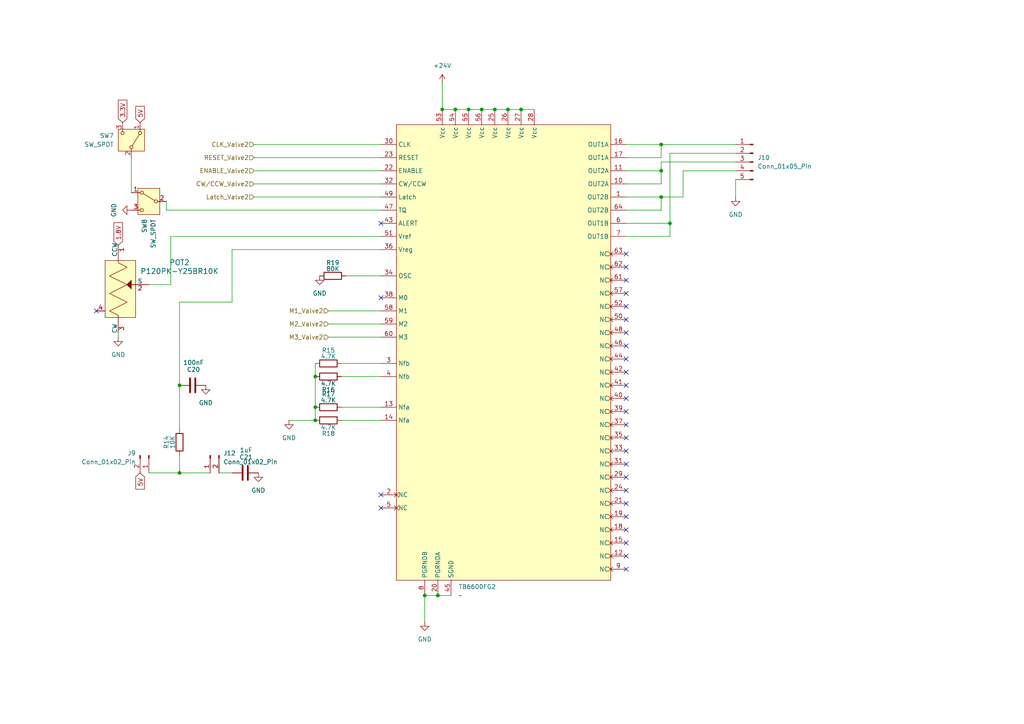
<source format=kicad_sch>
(kicad_sch
	(version 20231120)
	(generator "eeschema")
	(generator_version "8.0")
	(uuid "bb912033-9cd7-4c9f-87fb-45d2fb442d46")
	(paper "A4")
	(lib_symbols
		(symbol "Connector:Conn_01x02_Pin"
			(pin_names
				(offset 1.016) hide)
			(exclude_from_sim no)
			(in_bom yes)
			(on_board yes)
			(property "Reference" "J"
				(at 0 2.54 0)
				(effects
					(font
						(size 1.27 1.27)
					)
				)
			)
			(property "Value" "Conn_01x02_Pin"
				(at 0 -5.08 0)
				(effects
					(font
						(size 1.27 1.27)
					)
				)
			)
			(property "Footprint" ""
				(at 0 0 0)
				(effects
					(font
						(size 1.27 1.27)
					)
					(hide yes)
				)
			)
			(property "Datasheet" "~"
				(at 0 0 0)
				(effects
					(font
						(size 1.27 1.27)
					)
					(hide yes)
				)
			)
			(property "Description" "Generic connector, single row, 01x02, script generated"
				(at 0 0 0)
				(effects
					(font
						(size 1.27 1.27)
					)
					(hide yes)
				)
			)
			(property "ki_locked" ""
				(at 0 0 0)
				(effects
					(font
						(size 1.27 1.27)
					)
				)
			)
			(property "ki_keywords" "connector"
				(at 0 0 0)
				(effects
					(font
						(size 1.27 1.27)
					)
					(hide yes)
				)
			)
			(property "ki_fp_filters" "Connector*:*_1x??_*"
				(at 0 0 0)
				(effects
					(font
						(size 1.27 1.27)
					)
					(hide yes)
				)
			)
			(symbol "Conn_01x02_Pin_1_1"
				(polyline
					(pts
						(xy 1.27 -2.54) (xy 0.8636 -2.54)
					)
					(stroke
						(width 0.1524)
						(type default)
					)
					(fill
						(type none)
					)
				)
				(polyline
					(pts
						(xy 1.27 0) (xy 0.8636 0)
					)
					(stroke
						(width 0.1524)
						(type default)
					)
					(fill
						(type none)
					)
				)
				(rectangle
					(start 0.8636 -2.413)
					(end 0 -2.667)
					(stroke
						(width 0.1524)
						(type default)
					)
					(fill
						(type outline)
					)
				)
				(rectangle
					(start 0.8636 0.127)
					(end 0 -0.127)
					(stroke
						(width 0.1524)
						(type default)
					)
					(fill
						(type outline)
					)
				)
				(pin passive line
					(at 5.08 0 180)
					(length 3.81)
					(name "Pin_1"
						(effects
							(font
								(size 1.27 1.27)
							)
						)
					)
					(number "1"
						(effects
							(font
								(size 1.27 1.27)
							)
						)
					)
				)
				(pin passive line
					(at 5.08 -2.54 180)
					(length 3.81)
					(name "Pin_2"
						(effects
							(font
								(size 1.27 1.27)
							)
						)
					)
					(number "2"
						(effects
							(font
								(size 1.27 1.27)
							)
						)
					)
				)
			)
		)
		(symbol "Connector:Conn_01x05_Pin"
			(pin_names
				(offset 1.016) hide)
			(exclude_from_sim no)
			(in_bom yes)
			(on_board yes)
			(property "Reference" "J"
				(at 0 7.62 0)
				(effects
					(font
						(size 1.27 1.27)
					)
				)
			)
			(property "Value" "Conn_01x05_Pin"
				(at 0 -7.62 0)
				(effects
					(font
						(size 1.27 1.27)
					)
				)
			)
			(property "Footprint" ""
				(at 0 0 0)
				(effects
					(font
						(size 1.27 1.27)
					)
					(hide yes)
				)
			)
			(property "Datasheet" "~"
				(at 0 0 0)
				(effects
					(font
						(size 1.27 1.27)
					)
					(hide yes)
				)
			)
			(property "Description" "Generic connector, single row, 01x05, script generated"
				(at 0 0 0)
				(effects
					(font
						(size 1.27 1.27)
					)
					(hide yes)
				)
			)
			(property "ki_locked" ""
				(at 0 0 0)
				(effects
					(font
						(size 1.27 1.27)
					)
				)
			)
			(property "ki_keywords" "connector"
				(at 0 0 0)
				(effects
					(font
						(size 1.27 1.27)
					)
					(hide yes)
				)
			)
			(property "ki_fp_filters" "Connector*:*_1x??_*"
				(at 0 0 0)
				(effects
					(font
						(size 1.27 1.27)
					)
					(hide yes)
				)
			)
			(symbol "Conn_01x05_Pin_1_1"
				(polyline
					(pts
						(xy 1.27 -5.08) (xy 0.8636 -5.08)
					)
					(stroke
						(width 0.1524)
						(type default)
					)
					(fill
						(type none)
					)
				)
				(polyline
					(pts
						(xy 1.27 -2.54) (xy 0.8636 -2.54)
					)
					(stroke
						(width 0.1524)
						(type default)
					)
					(fill
						(type none)
					)
				)
				(polyline
					(pts
						(xy 1.27 0) (xy 0.8636 0)
					)
					(stroke
						(width 0.1524)
						(type default)
					)
					(fill
						(type none)
					)
				)
				(polyline
					(pts
						(xy 1.27 2.54) (xy 0.8636 2.54)
					)
					(stroke
						(width 0.1524)
						(type default)
					)
					(fill
						(type none)
					)
				)
				(polyline
					(pts
						(xy 1.27 5.08) (xy 0.8636 5.08)
					)
					(stroke
						(width 0.1524)
						(type default)
					)
					(fill
						(type none)
					)
				)
				(rectangle
					(start 0.8636 -4.953)
					(end 0 -5.207)
					(stroke
						(width 0.1524)
						(type default)
					)
					(fill
						(type outline)
					)
				)
				(rectangle
					(start 0.8636 -2.413)
					(end 0 -2.667)
					(stroke
						(width 0.1524)
						(type default)
					)
					(fill
						(type outline)
					)
				)
				(rectangle
					(start 0.8636 0.127)
					(end 0 -0.127)
					(stroke
						(width 0.1524)
						(type default)
					)
					(fill
						(type outline)
					)
				)
				(rectangle
					(start 0.8636 2.667)
					(end 0 2.413)
					(stroke
						(width 0.1524)
						(type default)
					)
					(fill
						(type outline)
					)
				)
				(rectangle
					(start 0.8636 5.207)
					(end 0 4.953)
					(stroke
						(width 0.1524)
						(type default)
					)
					(fill
						(type outline)
					)
				)
				(pin passive line
					(at 5.08 5.08 180)
					(length 3.81)
					(name "Pin_1"
						(effects
							(font
								(size 1.27 1.27)
							)
						)
					)
					(number "1"
						(effects
							(font
								(size 1.27 1.27)
							)
						)
					)
				)
				(pin passive line
					(at 5.08 2.54 180)
					(length 3.81)
					(name "Pin_2"
						(effects
							(font
								(size 1.27 1.27)
							)
						)
					)
					(number "2"
						(effects
							(font
								(size 1.27 1.27)
							)
						)
					)
				)
				(pin passive line
					(at 5.08 0 180)
					(length 3.81)
					(name "Pin_3"
						(effects
							(font
								(size 1.27 1.27)
							)
						)
					)
					(number "3"
						(effects
							(font
								(size 1.27 1.27)
							)
						)
					)
				)
				(pin passive line
					(at 5.08 -2.54 180)
					(length 3.81)
					(name "Pin_4"
						(effects
							(font
								(size 1.27 1.27)
							)
						)
					)
					(number "4"
						(effects
							(font
								(size 1.27 1.27)
							)
						)
					)
				)
				(pin passive line
					(at 5.08 -5.08 180)
					(length 3.81)
					(name "Pin_5"
						(effects
							(font
								(size 1.27 1.27)
							)
						)
					)
					(number "5"
						(effects
							(font
								(size 1.27 1.27)
							)
						)
					)
				)
			)
		)
		(symbol "Device:C"
			(pin_numbers hide)
			(pin_names
				(offset 0.254)
			)
			(exclude_from_sim no)
			(in_bom yes)
			(on_board yes)
			(property "Reference" "C"
				(at 0.635 2.54 0)
				(effects
					(font
						(size 1.27 1.27)
					)
					(justify left)
				)
			)
			(property "Value" "C"
				(at 0.635 -2.54 0)
				(effects
					(font
						(size 1.27 1.27)
					)
					(justify left)
				)
			)
			(property "Footprint" ""
				(at 0.9652 -3.81 0)
				(effects
					(font
						(size 1.27 1.27)
					)
					(hide yes)
				)
			)
			(property "Datasheet" "~"
				(at 0 0 0)
				(effects
					(font
						(size 1.27 1.27)
					)
					(hide yes)
				)
			)
			(property "Description" "Unpolarized capacitor"
				(at 0 0 0)
				(effects
					(font
						(size 1.27 1.27)
					)
					(hide yes)
				)
			)
			(property "ki_keywords" "cap capacitor"
				(at 0 0 0)
				(effects
					(font
						(size 1.27 1.27)
					)
					(hide yes)
				)
			)
			(property "ki_fp_filters" "C_*"
				(at 0 0 0)
				(effects
					(font
						(size 1.27 1.27)
					)
					(hide yes)
				)
			)
			(symbol "C_0_1"
				(polyline
					(pts
						(xy -2.032 -0.762) (xy 2.032 -0.762)
					)
					(stroke
						(width 0.508)
						(type default)
					)
					(fill
						(type none)
					)
				)
				(polyline
					(pts
						(xy -2.032 0.762) (xy 2.032 0.762)
					)
					(stroke
						(width 0.508)
						(type default)
					)
					(fill
						(type none)
					)
				)
			)
			(symbol "C_1_1"
				(pin passive line
					(at 0 3.81 270)
					(length 2.794)
					(name "~"
						(effects
							(font
								(size 1.27 1.27)
							)
						)
					)
					(number "1"
						(effects
							(font
								(size 1.27 1.27)
							)
						)
					)
				)
				(pin passive line
					(at 0 -3.81 90)
					(length 2.794)
					(name "~"
						(effects
							(font
								(size 1.27 1.27)
							)
						)
					)
					(number "2"
						(effects
							(font
								(size 1.27 1.27)
							)
						)
					)
				)
			)
		)
		(symbol "Device:R"
			(pin_numbers hide)
			(pin_names
				(offset 0)
			)
			(exclude_from_sim no)
			(in_bom yes)
			(on_board yes)
			(property "Reference" "R"
				(at 2.032 0 90)
				(effects
					(font
						(size 1.27 1.27)
					)
				)
			)
			(property "Value" "R"
				(at 0 0 90)
				(effects
					(font
						(size 1.27 1.27)
					)
				)
			)
			(property "Footprint" ""
				(at -1.778 0 90)
				(effects
					(font
						(size 1.27 1.27)
					)
					(hide yes)
				)
			)
			(property "Datasheet" "~"
				(at 0 0 0)
				(effects
					(font
						(size 1.27 1.27)
					)
					(hide yes)
				)
			)
			(property "Description" "Resistor"
				(at 0 0 0)
				(effects
					(font
						(size 1.27 1.27)
					)
					(hide yes)
				)
			)
			(property "ki_keywords" "R res resistor"
				(at 0 0 0)
				(effects
					(font
						(size 1.27 1.27)
					)
					(hide yes)
				)
			)
			(property "ki_fp_filters" "R_*"
				(at 0 0 0)
				(effects
					(font
						(size 1.27 1.27)
					)
					(hide yes)
				)
			)
			(symbol "R_0_1"
				(rectangle
					(start -1.016 -2.54)
					(end 1.016 2.54)
					(stroke
						(width 0.254)
						(type default)
					)
					(fill
						(type none)
					)
				)
			)
			(symbol "R_1_1"
				(pin passive line
					(at 0 3.81 270)
					(length 1.27)
					(name "~"
						(effects
							(font
								(size 1.27 1.27)
							)
						)
					)
					(number "1"
						(effects
							(font
								(size 1.27 1.27)
							)
						)
					)
				)
				(pin passive line
					(at 0 -3.81 90)
					(length 1.27)
					(name "~"
						(effects
							(font
								(size 1.27 1.27)
							)
						)
					)
					(number "2"
						(effects
							(font
								(size 1.27 1.27)
							)
						)
					)
				)
			)
		)
		(symbol "Switch:SW_SPDT"
			(pin_names
				(offset 0) hide)
			(exclude_from_sim no)
			(in_bom yes)
			(on_board yes)
			(property "Reference" "SW"
				(at 0 5.08 0)
				(effects
					(font
						(size 1.27 1.27)
					)
				)
			)
			(property "Value" "SW_SPDT"
				(at 0 -5.08 0)
				(effects
					(font
						(size 1.27 1.27)
					)
				)
			)
			(property "Footprint" ""
				(at 0 0 0)
				(effects
					(font
						(size 1.27 1.27)
					)
					(hide yes)
				)
			)
			(property "Datasheet" "~"
				(at 0 -7.62 0)
				(effects
					(font
						(size 1.27 1.27)
					)
					(hide yes)
				)
			)
			(property "Description" "Switch, single pole double throw"
				(at 0 0 0)
				(effects
					(font
						(size 1.27 1.27)
					)
					(hide yes)
				)
			)
			(property "ki_keywords" "switch single-pole double-throw spdt ON-ON"
				(at 0 0 0)
				(effects
					(font
						(size 1.27 1.27)
					)
					(hide yes)
				)
			)
			(symbol "SW_SPDT_0_1"
				(circle
					(center -2.032 0)
					(radius 0.4572)
					(stroke
						(width 0)
						(type default)
					)
					(fill
						(type none)
					)
				)
				(polyline
					(pts
						(xy -1.651 0.254) (xy 1.651 2.286)
					)
					(stroke
						(width 0)
						(type default)
					)
					(fill
						(type none)
					)
				)
				(circle
					(center 2.032 -2.54)
					(radius 0.4572)
					(stroke
						(width 0)
						(type default)
					)
					(fill
						(type none)
					)
				)
				(circle
					(center 2.032 2.54)
					(radius 0.4572)
					(stroke
						(width 0)
						(type default)
					)
					(fill
						(type none)
					)
				)
			)
			(symbol "SW_SPDT_1_1"
				(rectangle
					(start -3.175 3.81)
					(end 3.175 -3.81)
					(stroke
						(width 0)
						(type default)
					)
					(fill
						(type background)
					)
				)
				(pin passive line
					(at 5.08 2.54 180)
					(length 2.54)
					(name "A"
						(effects
							(font
								(size 1.27 1.27)
							)
						)
					)
					(number "1"
						(effects
							(font
								(size 1.27 1.27)
							)
						)
					)
				)
				(pin passive line
					(at -5.08 0 0)
					(length 2.54)
					(name "B"
						(effects
							(font
								(size 1.27 1.27)
							)
						)
					)
					(number "2"
						(effects
							(font
								(size 1.27 1.27)
							)
						)
					)
				)
				(pin passive line
					(at 5.08 -2.54 180)
					(length 2.54)
					(name "C"
						(effects
							(font
								(size 1.27 1.27)
							)
						)
					)
					(number "3"
						(effects
							(font
								(size 1.27 1.27)
							)
						)
					)
				)
			)
		)
		(symbol "TB6600FG:TB6600FG"
			(exclude_from_sim no)
			(in_bom yes)
			(on_board yes)
			(property "Reference" "TB6600FG2"
				(at -13.0459 -58.42 0)
				(effects
					(font
						(size 1.27 1.27)
					)
					(justify left)
				)
			)
			(property "Value" "~"
				(at -13.0459 -60.96 0)
				(effects
					(font
						(size 1.27 1.27)
					)
					(justify left)
				)
			)
			(property "Footprint" ""
				(at -57.15 35.56 0)
				(effects
					(font
						(size 1.27 1.27)
					)
					(hide yes)
				)
			)
			(property "Datasheet" ""
				(at -57.15 35.56 0)
				(effects
					(font
						(size 1.27 1.27)
					)
					(hide yes)
				)
			)
			(property "Description" ""
				(at -57.15 35.56 0)
				(effects
					(font
						(size 1.27 1.27)
					)
					(hide yes)
				)
			)
			(symbol "TB6600FG_1_1"
				(rectangle
					(start -31.115 75.565)
					(end 31.115 -56.515)
					(stroke
						(width 0)
						(type default)
					)
					(fill
						(type background)
					)
				)
				(pin bidirectional line
					(at 35.56 54.61 180)
					(length 4.5)
					(name "OUT2B"
						(effects
							(font
								(size 1.27 1.27)
							)
						)
					)
					(number "1"
						(effects
							(font
								(size 1.27 1.27)
							)
						)
					)
				)
				(pin bidirectional line
					(at 35.56 58.42 180)
					(length 4.5)
					(name "OUT2A"
						(effects
							(font
								(size 1.27 1.27)
							)
						)
					)
					(number "10"
						(effects
							(font
								(size 1.27 1.27)
							)
						)
					)
				)
				(pin bidirectional line
					(at 35.56 62.23 180)
					(length 4.5)
					(name "OUT2A"
						(effects
							(font
								(size 1.27 1.27)
							)
						)
					)
					(number "11"
						(effects
							(font
								(size 1.27 1.27)
							)
						)
					)
				)
				(pin input non_logic
					(at 35.56 -49.53 180)
					(length 4.5)
					(name "NC"
						(effects
							(font
								(size 1.27 1.27)
							)
						)
					)
					(number "12"
						(effects
							(font
								(size 1.27 1.27)
							)
						)
					)
				)
				(pin passive line
					(at -35.56 -6.35 0)
					(length 4.5)
					(name "Nfa"
						(effects
							(font
								(size 1.27 1.27)
							)
						)
					)
					(number "13"
						(effects
							(font
								(size 1.27 1.27)
							)
						)
					)
				)
				(pin passive line
					(at -35.56 -10.16 0)
					(length 4.5)
					(name "Nfa"
						(effects
							(font
								(size 1.27 1.27)
							)
						)
					)
					(number "14"
						(effects
							(font
								(size 1.27 1.27)
							)
						)
					)
				)
				(pin input non_logic
					(at 35.56 -45.72 180)
					(length 4.5)
					(name "NC"
						(effects
							(font
								(size 1.27 1.27)
							)
						)
					)
					(number "15"
						(effects
							(font
								(size 1.27 1.27)
							)
						)
					)
				)
				(pin bidirectional line
					(at 35.56 69.85 180)
					(length 4.5)
					(name "OUT1A"
						(effects
							(font
								(size 1.27 1.27)
							)
						)
					)
					(number "16"
						(effects
							(font
								(size 1.27 1.27)
							)
						)
					)
				)
				(pin bidirectional line
					(at 35.56 66.04 180)
					(length 4.5)
					(name "OUT1A"
						(effects
							(font
								(size 1.27 1.27)
							)
						)
					)
					(number "17"
						(effects
							(font
								(size 1.27 1.27)
							)
						)
					)
				)
				(pin input non_logic
					(at 35.56 -41.91 180)
					(length 4.5)
					(name "NC"
						(effects
							(font
								(size 1.27 1.27)
							)
						)
					)
					(number "18"
						(effects
							(font
								(size 1.27 1.27)
							)
						)
					)
				)
				(pin input non_logic
					(at 35.56 -38.1 180)
					(length 4.5)
					(name "NC"
						(effects
							(font
								(size 1.27 1.27)
							)
						)
					)
					(number "19"
						(effects
							(font
								(size 1.27 1.27)
							)
						)
					)
				)
				(pin input non_logic
					(at -35.56 -31.75 0)
					(length 4.5)
					(name "NC"
						(effects
							(font
								(size 1.27 1.27)
							)
						)
					)
					(number "2"
						(effects
							(font
								(size 1.27 1.27)
							)
						)
					)
				)
				(pin passive line
					(at -19.05 -60.96 90)
					(length 4.5)
					(name "PGRNDA"
						(effects
							(font
								(size 1.27 1.27)
							)
						)
					)
					(number "20"
						(effects
							(font
								(size 1.27 1.27)
							)
						)
					)
				)
				(pin input non_logic
					(at 35.56 -34.29 180)
					(length 4.5)
					(name "NC"
						(effects
							(font
								(size 1.27 1.27)
							)
						)
					)
					(number "21"
						(effects
							(font
								(size 1.27 1.27)
							)
						)
					)
				)
				(pin input line
					(at -35.56 62.23 0)
					(length 4.5)
					(name "ENABLE"
						(effects
							(font
								(size 1.27 1.27)
							)
						)
					)
					(number "22"
						(effects
							(font
								(size 1.27 1.27)
							)
						)
					)
				)
				(pin input line
					(at -35.56 66.04 0)
					(length 4.5)
					(name "RESET"
						(effects
							(font
								(size 1.27 1.27)
							)
						)
					)
					(number "23"
						(effects
							(font
								(size 1.27 1.27)
							)
						)
					)
				)
				(pin input non_logic
					(at 35.56 -30.48 180)
					(length 4.5)
					(name "NC"
						(effects
							(font
								(size 1.27 1.27)
							)
						)
					)
					(number "24"
						(effects
							(font
								(size 1.27 1.27)
							)
						)
					)
				)
				(pin input line
					(at -2.54 80.01 270)
					(length 4.5)
					(name "Vcc"
						(effects
							(font
								(size 1.27 1.27)
							)
						)
					)
					(number "25"
						(effects
							(font
								(size 1.27 1.27)
							)
						)
					)
				)
				(pin input line
					(at 1.27 80.01 270)
					(length 4.5)
					(name "Vcc"
						(effects
							(font
								(size 1.27 1.27)
							)
						)
					)
					(number "26"
						(effects
							(font
								(size 1.27 1.27)
							)
						)
					)
				)
				(pin input line
					(at 5.08 80.01 270)
					(length 4.5)
					(name "Vcc"
						(effects
							(font
								(size 1.27 1.27)
							)
						)
					)
					(number "27"
						(effects
							(font
								(size 1.27 1.27)
							)
						)
					)
				)
				(pin input line
					(at 8.89 80.01 270)
					(length 4.5)
					(name "Vcc"
						(effects
							(font
								(size 1.27 1.27)
							)
						)
					)
					(number "28"
						(effects
							(font
								(size 1.27 1.27)
							)
						)
					)
				)
				(pin input non_logic
					(at 35.56 -26.67 180)
					(length 4.5)
					(name "NC"
						(effects
							(font
								(size 1.27 1.27)
							)
						)
					)
					(number "29"
						(effects
							(font
								(size 1.27 1.27)
							)
						)
					)
				)
				(pin passive line
					(at -35.56 6.35 0)
					(length 4.5)
					(name "Nfb"
						(effects
							(font
								(size 1.27 1.27)
							)
						)
					)
					(number "3"
						(effects
							(font
								(size 1.27 1.27)
							)
						)
					)
				)
				(pin input line
					(at -35.56 69.85 0)
					(length 4.5)
					(name "CLK"
						(effects
							(font
								(size 1.27 1.27)
							)
						)
					)
					(number "30"
						(effects
							(font
								(size 1.27 1.27)
							)
						)
					)
				)
				(pin input non_logic
					(at 35.56 -22.86 180)
					(length 4.5)
					(name "NC"
						(effects
							(font
								(size 1.27 1.27)
							)
						)
					)
					(number "31"
						(effects
							(font
								(size 1.27 1.27)
							)
						)
					)
				)
				(pin input line
					(at -35.56 58.42 0)
					(length 4.5)
					(name "CW/CCW"
						(effects
							(font
								(size 1.27 1.27)
							)
						)
					)
					(number "32"
						(effects
							(font
								(size 1.27 1.27)
							)
						)
					)
				)
				(pin input non_logic
					(at 35.56 -19.05 180)
					(length 4.5)
					(name "NC"
						(effects
							(font
								(size 1.27 1.27)
							)
						)
					)
					(number "33"
						(effects
							(font
								(size 1.27 1.27)
							)
						)
					)
				)
				(pin passive line
					(at -35.56 31.75 0)
					(length 4.5)
					(name "OSC"
						(effects
							(font
								(size 1.27 1.27)
							)
						)
					)
					(number "34"
						(effects
							(font
								(size 1.27 1.27)
							)
						)
					)
				)
				(pin input non_logic
					(at 35.56 -15.24 180)
					(length 4.5)
					(name "NC"
						(effects
							(font
								(size 1.27 1.27)
							)
						)
					)
					(number "35"
						(effects
							(font
								(size 1.27 1.27)
							)
						)
					)
				)
				(pin passive line
					(at -35.56 39.37 0)
					(length 4.5)
					(name "Vreg"
						(effects
							(font
								(size 1.27 1.27)
							)
						)
					)
					(number "36"
						(effects
							(font
								(size 1.27 1.27)
							)
						)
					)
				)
				(pin input non_logic
					(at 35.56 -11.43 180)
					(length 4.5)
					(name "NC"
						(effects
							(font
								(size 1.27 1.27)
							)
						)
					)
					(number "37"
						(effects
							(font
								(size 1.27 1.27)
							)
						)
					)
				)
				(pin output line
					(at -35.56 25.4 0)
					(length 4.5)
					(name "M0"
						(effects
							(font
								(size 1.27 1.27)
							)
						)
					)
					(number "38"
						(effects
							(font
								(size 1.27 1.27)
							)
						)
					)
				)
				(pin input non_logic
					(at 35.56 -7.62 180)
					(length 4.5)
					(name "NC"
						(effects
							(font
								(size 1.27 1.27)
							)
						)
					)
					(number "39"
						(effects
							(font
								(size 1.27 1.27)
							)
						)
					)
				)
				(pin passive line
					(at -35.56 2.54 0)
					(length 4.5)
					(name "Nfb"
						(effects
							(font
								(size 1.27 1.27)
							)
						)
					)
					(number "4"
						(effects
							(font
								(size 1.27 1.27)
							)
						)
					)
				)
				(pin input non_logic
					(at 35.56 -3.81 180)
					(length 4.5)
					(name "NC"
						(effects
							(font
								(size 1.27 1.27)
							)
						)
					)
					(number "40"
						(effects
							(font
								(size 1.27 1.27)
							)
						)
					)
				)
				(pin input non_logic
					(at 35.56 0 180)
					(length 4.5)
					(name "NC"
						(effects
							(font
								(size 1.27 1.27)
							)
						)
					)
					(number "41"
						(effects
							(font
								(size 1.27 1.27)
							)
						)
					)
				)
				(pin input non_logic
					(at 35.56 3.81 180)
					(length 4.5)
					(name "NC"
						(effects
							(font
								(size 1.27 1.27)
							)
						)
					)
					(number "42"
						(effects
							(font
								(size 1.27 1.27)
							)
						)
					)
				)
				(pin output line
					(at -35.56 46.99 0)
					(length 4.5)
					(name "ALERT"
						(effects
							(font
								(size 1.27 1.27)
							)
						)
					)
					(number "43"
						(effects
							(font
								(size 1.27 1.27)
							)
						)
					)
				)
				(pin input non_logic
					(at 35.56 7.62 180)
					(length 4.5)
					(name "NC"
						(effects
							(font
								(size 1.27 1.27)
							)
						)
					)
					(number "44"
						(effects
							(font
								(size 1.27 1.27)
							)
						)
					)
				)
				(pin passive line
					(at -15.24 -60.96 90)
					(length 4.5)
					(name "SGND"
						(effects
							(font
								(size 1.27 1.27)
							)
						)
					)
					(number "45"
						(effects
							(font
								(size 1.27 1.27)
							)
						)
					)
				)
				(pin input non_logic
					(at 35.56 11.43 180)
					(length 4.5)
					(name "NC"
						(effects
							(font
								(size 1.27 1.27)
							)
						)
					)
					(number "46"
						(effects
							(font
								(size 1.27 1.27)
							)
						)
					)
				)
				(pin input line
					(at -35.56 50.8 0)
					(length 4.5)
					(name "TQ"
						(effects
							(font
								(size 1.27 1.27)
							)
						)
					)
					(number "47"
						(effects
							(font
								(size 1.27 1.27)
							)
						)
					)
				)
				(pin input non_logic
					(at 35.56 15.24 180)
					(length 4.5)
					(name "NC"
						(effects
							(font
								(size 1.27 1.27)
							)
						)
					)
					(number "48"
						(effects
							(font
								(size 1.27 1.27)
							)
						)
					)
				)
				(pin input line
					(at -35.56 54.61 0)
					(length 4.5)
					(name "Latch"
						(effects
							(font
								(size 1.27 1.27)
							)
						)
					)
					(number "49"
						(effects
							(font
								(size 1.27 1.27)
							)
						)
					)
				)
				(pin input non_logic
					(at -35.56 -35.56 0)
					(length 4.5)
					(name "NC"
						(effects
							(font
								(size 1.27 1.27)
							)
						)
					)
					(number "5"
						(effects
							(font
								(size 1.27 1.27)
							)
						)
					)
				)
				(pin input non_logic
					(at 35.56 19.05 180)
					(length 4.5)
					(name "NC"
						(effects
							(font
								(size 1.27 1.27)
							)
						)
					)
					(number "50"
						(effects
							(font
								(size 1.27 1.27)
							)
						)
					)
				)
				(pin passive line
					(at -35.56 43.18 0)
					(length 4.5)
					(name "Vref"
						(effects
							(font
								(size 1.27 1.27)
							)
						)
					)
					(number "51"
						(effects
							(font
								(size 1.27 1.27)
							)
						)
					)
				)
				(pin input non_logic
					(at 35.56 22.86 180)
					(length 4.5)
					(name "NC"
						(effects
							(font
								(size 1.27 1.27)
							)
						)
					)
					(number "52"
						(effects
							(font
								(size 1.27 1.27)
							)
						)
					)
				)
				(pin input line
					(at -17.78 80.01 270)
					(length 4.5)
					(name "Vcc"
						(effects
							(font
								(size 1.27 1.27)
							)
						)
					)
					(number "53"
						(effects
							(font
								(size 1.27 1.27)
							)
						)
					)
				)
				(pin input line
					(at -13.97 80.01 270)
					(length 4.5)
					(name "Vcc"
						(effects
							(font
								(size 1.27 1.27)
							)
						)
					)
					(number "54"
						(effects
							(font
								(size 1.27 1.27)
							)
						)
					)
				)
				(pin input line
					(at -10.16 80.01 270)
					(length 4.5)
					(name "Vcc"
						(effects
							(font
								(size 1.27 1.27)
							)
						)
					)
					(number "55"
						(effects
							(font
								(size 1.27 1.27)
							)
						)
					)
				)
				(pin input line
					(at -6.35 80.01 270)
					(length 4.5)
					(name "Vcc"
						(effects
							(font
								(size 1.27 1.27)
							)
						)
					)
					(number "56"
						(effects
							(font
								(size 1.27 1.27)
							)
						)
					)
				)
				(pin input non_logic
					(at 35.56 26.67 180)
					(length 4.5)
					(name "NC"
						(effects
							(font
								(size 1.27 1.27)
							)
						)
					)
					(number "57"
						(effects
							(font
								(size 1.27 1.27)
							)
						)
					)
				)
				(pin input line
					(at -35.56 21.59 0)
					(length 4.5)
					(name "M1"
						(effects
							(font
								(size 1.27 1.27)
							)
						)
					)
					(number "58"
						(effects
							(font
								(size 1.27 1.27)
							)
						)
					)
				)
				(pin input line
					(at -35.56 17.78 0)
					(length 4.5)
					(name "M2"
						(effects
							(font
								(size 1.27 1.27)
							)
						)
					)
					(number "59"
						(effects
							(font
								(size 1.27 1.27)
							)
						)
					)
				)
				(pin bidirectional line
					(at 35.56 46.99 180)
					(length 4.5)
					(name "OUT1B"
						(effects
							(font
								(size 1.27 1.27)
							)
						)
					)
					(number "6"
						(effects
							(font
								(size 1.27 1.27)
							)
						)
					)
				)
				(pin input line
					(at -35.56 13.97 0)
					(length 4.5)
					(name "M3"
						(effects
							(font
								(size 1.27 1.27)
							)
						)
					)
					(number "60"
						(effects
							(font
								(size 1.27 1.27)
							)
						)
					)
				)
				(pin input non_logic
					(at 35.56 30.48 180)
					(length 4.5)
					(name "NC"
						(effects
							(font
								(size 1.27 1.27)
							)
						)
					)
					(number "61"
						(effects
							(font
								(size 1.27 1.27)
							)
						)
					)
				)
				(pin input non_logic
					(at 35.56 34.29 180)
					(length 4.5)
					(name "NC"
						(effects
							(font
								(size 1.27 1.27)
							)
						)
					)
					(number "62"
						(effects
							(font
								(size 1.27 1.27)
							)
						)
					)
				)
				(pin input non_logic
					(at 35.56 38.1 180)
					(length 4.5)
					(name "NC"
						(effects
							(font
								(size 1.27 1.27)
							)
						)
					)
					(number "63"
						(effects
							(font
								(size 1.27 1.27)
							)
						)
					)
				)
				(pin bidirectional line
					(at 35.56 50.8 180)
					(length 4.5)
					(name "OUT2B"
						(effects
							(font
								(size 1.27 1.27)
							)
						)
					)
					(number "64"
						(effects
							(font
								(size 1.27 1.27)
							)
						)
					)
				)
				(pin bidirectional line
					(at 35.56 43.18 180)
					(length 4.5)
					(name "OUT1B"
						(effects
							(font
								(size 1.27 1.27)
							)
						)
					)
					(number "7"
						(effects
							(font
								(size 1.27 1.27)
							)
						)
					)
				)
				(pin passive line
					(at -22.86 -60.96 90)
					(length 4.5)
					(name "PGRNDB"
						(effects
							(font
								(size 1.27 1.27)
							)
						)
					)
					(number "8"
						(effects
							(font
								(size 1.27 1.27)
							)
						)
					)
				)
				(pin input non_logic
					(at 35.56 -53.34 180)
					(length 4.5)
					(name "NC"
						(effects
							(font
								(size 1.27 1.27)
							)
						)
					)
					(number "9"
						(effects
							(font
								(size 1.27 1.27)
							)
						)
					)
				)
			)
		)
		(symbol "dk_Rotary-Potentiometers-Rheostats:P120PK-Y25BR10K"
			(pin_names
				(offset 0)
			)
			(exclude_from_sim no)
			(in_bom yes)
			(on_board yes)
			(property "Reference" "POT"
				(at -1.905 6.35 0)
				(effects
					(font
						(size 1.524 1.524)
					)
					(justify right)
				)
			)
			(property "Value" "P120PK-Y25BR10K"
				(at 6.985 -5.08 0)
				(effects
					(font
						(size 1.524 1.524)
					)
					(justify right)
				)
			)
			(property "Footprint" "digikey-footprints:Potentiometer_P120PK-Y25BR10K"
				(at 5.08 5.08 0)
				(effects
					(font
						(size 1.524 1.524)
					)
					(justify left)
					(hide yes)
				)
			)
			(property "Datasheet" "https://www.ttelectronics.com/TTElectronics/media/ProductFiles/Potentiometers/Datasheets/P120.pdf"
				(at 5.08 7.62 0)
				(effects
					(font
						(size 1.524 1.524)
					)
					(justify left)
					(hide yes)
				)
			)
			(property "Description" "POT 10K OHM 1/20W PLASTIC LINEAR"
				(at 0 0 0)
				(effects
					(font
						(size 1.27 1.27)
					)
					(hide yes)
				)
			)
			(property "Digi-Key_PN" "987-1710-ND"
				(at 5.08 10.16 0)
				(effects
					(font
						(size 1.524 1.524)
					)
					(justify left)
					(hide yes)
				)
			)
			(property "MPN" "P120PK-Y25BR10K"
				(at 5.08 12.7 0)
				(effects
					(font
						(size 1.524 1.524)
					)
					(justify left)
					(hide yes)
				)
			)
			(property "Category" "Potentiometers, Variable Resistors"
				(at 5.08 15.24 0)
				(effects
					(font
						(size 1.524 1.524)
					)
					(justify left)
					(hide yes)
				)
			)
			(property "Family" "Rotary Potentiometers, Rheostats"
				(at 5.08 17.78 0)
				(effects
					(font
						(size 1.524 1.524)
					)
					(justify left)
					(hide yes)
				)
			)
			(property "DK_Datasheet_Link" "https://www.ttelectronics.com/TTElectronics/media/ProductFiles/Potentiometers/Datasheets/P120.pdf"
				(at 5.08 20.32 0)
				(effects
					(font
						(size 1.524 1.524)
					)
					(justify left)
					(hide yes)
				)
			)
			(property "DK_Detail_Page" "/product-detail/en/tt-electronics-bi/P120PK-Y25BR10K/987-1710-ND/5957454"
				(at 5.08 22.86 0)
				(effects
					(font
						(size 1.524 1.524)
					)
					(justify left)
					(hide yes)
				)
			)
			(property "Description_1" "POT 10K OHM 1/20W PLASTIC LINEAR"
				(at 5.08 25.4 0)
				(effects
					(font
						(size 1.524 1.524)
					)
					(justify left)
					(hide yes)
				)
			)
			(property "Manufacturer" "TT Electronics/BI"
				(at 5.08 27.94 0)
				(effects
					(font
						(size 1.524 1.524)
					)
					(justify left)
					(hide yes)
				)
			)
			(property "Status" "Active"
				(at 5.08 30.48 0)
				(effects
					(font
						(size 1.524 1.524)
					)
					(justify left)
					(hide yes)
				)
			)
			(property "ki_keywords" "987-1710-ND P120"
				(at 0 0 0)
				(effects
					(font
						(size 1.27 1.27)
					)
					(hide yes)
				)
			)
			(symbol "P120PK-Y25BR10K_0_1"
				(rectangle
					(start -6.985 5.08)
					(end 9.525 -3.81)
					(stroke
						(width 0)
						(type solid)
					)
					(fill
						(type background)
					)
				)
				(polyline
					(pts
						(xy -6.35 0) (xy -8.89 0)
					)
					(stroke
						(width 0)
						(type solid)
					)
					(fill
						(type none)
					)
				)
				(polyline
					(pts
						(xy 11.43 0) (xy 8.89 0)
					)
					(stroke
						(width 0)
						(type solid)
					)
					(fill
						(type none)
					)
				)
				(polyline
					(pts
						(xy -0.635 3.175) (xy -1.27 3.81) (xy 1.27 3.81) (xy 0 2.54)
					)
					(stroke
						(width 0)
						(type solid)
					)
					(fill
						(type outline)
					)
				)
				(polyline
					(pts
						(xy 0 2.54) (xy -0.635 3.175) (xy 0.635 3.175) (xy 0 2.54)
					)
					(stroke
						(width 0)
						(type solid)
					)
					(fill
						(type none)
					)
				)
				(polyline
					(pts
						(xy -6.3246 0.0254) (xy -5.0546 2.5654) (xy -2.5146 -2.5146) (xy -1.2446 0.0254) (xy 0.0254 2.5654)
						(xy 2.5654 -2.5146) (xy 5.1054 2.5654) (xy 7.6454 -2.5146) (xy 8.9154 0.0254) (xy 11.4554 0.0254)
					)
					(stroke
						(width 0)
						(type solid)
					)
					(fill
						(type none)
					)
				)
			)
			(symbol "P120PK-Y25BR10K_1_0"
				(pin unspecified line
					(at 7.62 -6.35 90)
					(length 2.54)
					(name "~"
						(effects
							(font
								(size 1.27 1.27)
							)
						)
					)
					(number "4"
						(effects
							(font
								(size 1.27 1.27)
							)
						)
					)
				)
			)
			(symbol "P120PK-Y25BR10K_1_1"
				(pin passive line
					(at -11.43 0 0)
					(length 2.54)
					(name "CCW"
						(effects
							(font
								(size 1.27 1.27)
							)
						)
					)
					(number "1"
						(effects
							(font
								(size 1.27 1.27)
							)
						)
					)
				)
				(pin passive line
					(at 0 8.89 270)
					(length 5.08)
					(name "S"
						(effects
							(font
								(size 1.27 1.27)
							)
						)
					)
					(number "2"
						(effects
							(font
								(size 1.27 1.27)
							)
						)
					)
				)
				(pin passive line
					(at 13.97 0 180)
					(length 2.54)
					(name "CW"
						(effects
							(font
								(size 1.27 1.27)
							)
						)
					)
					(number "3"
						(effects
							(font
								(size 1.27 1.27)
							)
						)
					)
				)
			)
		)
		(symbol "power:+24V"
			(power)
			(pin_numbers hide)
			(pin_names
				(offset 0) hide)
			(exclude_from_sim no)
			(in_bom yes)
			(on_board yes)
			(property "Reference" "#PWR"
				(at 0 -3.81 0)
				(effects
					(font
						(size 1.27 1.27)
					)
					(hide yes)
				)
			)
			(property "Value" "+24V"
				(at 0 3.556 0)
				(effects
					(font
						(size 1.27 1.27)
					)
				)
			)
			(property "Footprint" ""
				(at 0 0 0)
				(effects
					(font
						(size 1.27 1.27)
					)
					(hide yes)
				)
			)
			(property "Datasheet" ""
				(at 0 0 0)
				(effects
					(font
						(size 1.27 1.27)
					)
					(hide yes)
				)
			)
			(property "Description" "Power symbol creates a global label with name \"+24V\""
				(at 0 0 0)
				(effects
					(font
						(size 1.27 1.27)
					)
					(hide yes)
				)
			)
			(property "ki_keywords" "global power"
				(at 0 0 0)
				(effects
					(font
						(size 1.27 1.27)
					)
					(hide yes)
				)
			)
			(symbol "+24V_0_1"
				(polyline
					(pts
						(xy -0.762 1.27) (xy 0 2.54)
					)
					(stroke
						(width 0)
						(type default)
					)
					(fill
						(type none)
					)
				)
				(polyline
					(pts
						(xy 0 0) (xy 0 2.54)
					)
					(stroke
						(width 0)
						(type default)
					)
					(fill
						(type none)
					)
				)
				(polyline
					(pts
						(xy 0 2.54) (xy 0.762 1.27)
					)
					(stroke
						(width 0)
						(type default)
					)
					(fill
						(type none)
					)
				)
			)
			(symbol "+24V_1_1"
				(pin power_in line
					(at 0 0 90)
					(length 0)
					(name "~"
						(effects
							(font
								(size 1.27 1.27)
							)
						)
					)
					(number "1"
						(effects
							(font
								(size 1.27 1.27)
							)
						)
					)
				)
			)
		)
		(symbol "power:GND"
			(power)
			(pin_numbers hide)
			(pin_names
				(offset 0) hide)
			(exclude_from_sim no)
			(in_bom yes)
			(on_board yes)
			(property "Reference" "#PWR"
				(at 0 -6.35 0)
				(effects
					(font
						(size 1.27 1.27)
					)
					(hide yes)
				)
			)
			(property "Value" "GND"
				(at 0 -3.81 0)
				(effects
					(font
						(size 1.27 1.27)
					)
				)
			)
			(property "Footprint" ""
				(at 0 0 0)
				(effects
					(font
						(size 1.27 1.27)
					)
					(hide yes)
				)
			)
			(property "Datasheet" ""
				(at 0 0 0)
				(effects
					(font
						(size 1.27 1.27)
					)
					(hide yes)
				)
			)
			(property "Description" "Power symbol creates a global label with name \"GND\" , ground"
				(at 0 0 0)
				(effects
					(font
						(size 1.27 1.27)
					)
					(hide yes)
				)
			)
			(property "ki_keywords" "global power"
				(at 0 0 0)
				(effects
					(font
						(size 1.27 1.27)
					)
					(hide yes)
				)
			)
			(symbol "GND_0_1"
				(polyline
					(pts
						(xy 0 0) (xy 0 -1.27) (xy 1.27 -1.27) (xy 0 -2.54) (xy -1.27 -1.27) (xy 0 -1.27)
					)
					(stroke
						(width 0)
						(type default)
					)
					(fill
						(type none)
					)
				)
			)
			(symbol "GND_1_1"
				(pin power_in line
					(at 0 0 270)
					(length 0)
					(name "~"
						(effects
							(font
								(size 1.27 1.27)
							)
						)
					)
					(number "1"
						(effects
							(font
								(size 1.27 1.27)
							)
						)
					)
				)
			)
		)
	)
	(junction
		(at 191.77 41.91)
		(diameter 0)
		(color 0 0 0 0)
		(uuid "09a031e3-065d-4905-b078-bb66a1c46cdb")
	)
	(junction
		(at 147.32 31.75)
		(diameter 0)
		(color 0 0 0 0)
		(uuid "395fe2fa-c2c4-4830-a895-0161613b7636")
	)
	(junction
		(at 123.19 172.72)
		(diameter 0)
		(color 0 0 0 0)
		(uuid "3a9991d1-783b-436e-9dba-b776c2dce017")
	)
	(junction
		(at 191.77 49.53)
		(diameter 0)
		(color 0 0 0 0)
		(uuid "62f6cc08-e68e-456d-a45c-ce3bb99f6971")
	)
	(junction
		(at 135.89 31.75)
		(diameter 0)
		(color 0 0 0 0)
		(uuid "6a4f2bbe-63e9-4d75-b908-d3926eb2aa45")
	)
	(junction
		(at 91.44 118.11)
		(diameter 0)
		(color 0 0 0 0)
		(uuid "738c16cb-c4e4-488a-a7ee-9d4f8101cca0")
	)
	(junction
		(at 191.77 57.15)
		(diameter 0)
		(color 0 0 0 0)
		(uuid "80bb809b-38bd-48d7-9fbe-a3707f7a8a20")
	)
	(junction
		(at 128.27 31.75)
		(diameter 0)
		(color 0 0 0 0)
		(uuid "87852d1e-b816-4646-bbcf-dd9a89035f84")
	)
	(junction
		(at 52.07 111.76)
		(diameter 0)
		(color 0 0 0 0)
		(uuid "8b94c171-c1cb-4666-9a57-b0b80dc86d12")
	)
	(junction
		(at 132.08 31.75)
		(diameter 0)
		(color 0 0 0 0)
		(uuid "8e45414d-689f-4cd3-bca5-df7761fcbfb2")
	)
	(junction
		(at 151.13 31.75)
		(diameter 0)
		(color 0 0 0 0)
		(uuid "9c25c237-61bd-46a8-8db1-df22883996e5")
	)
	(junction
		(at 52.07 137.16)
		(diameter 0)
		(color 0 0 0 0)
		(uuid "c11f13d1-96b2-4ad8-bbcf-8b6c5cfbaba2")
	)
	(junction
		(at 194.31 64.77)
		(diameter 0)
		(color 0 0 0 0)
		(uuid "c9740355-769e-458d-a6e2-50abe3ce9e85")
	)
	(junction
		(at 127 172.72)
		(diameter 0)
		(color 0 0 0 0)
		(uuid "ce70c1a9-ad73-448e-8674-311e7573b52a")
	)
	(junction
		(at 143.51 31.75)
		(diameter 0)
		(color 0 0 0 0)
		(uuid "cfdcf450-8760-4692-9e3f-0cd7bb1f4393")
	)
	(junction
		(at 91.44 109.22)
		(diameter 0)
		(color 0 0 0 0)
		(uuid "d25710de-24af-43cc-a989-3cb72060441c")
	)
	(junction
		(at 139.7 31.75)
		(diameter 0)
		(color 0 0 0 0)
		(uuid "f3d91aa3-0f09-408c-b13d-f69630429067")
	)
	(junction
		(at 91.44 121.92)
		(diameter 0)
		(color 0 0 0 0)
		(uuid "fa4c8b04-e33f-4c27-b2c3-2a748e67216c")
	)
	(no_connect
		(at 181.61 138.43)
		(uuid "09c483ee-febb-45bf-badf-7db1181c6623")
	)
	(no_connect
		(at 181.61 115.57)
		(uuid "20646235-6cd6-448d-84e2-2640bbaf979c")
	)
	(no_connect
		(at 181.61 85.09)
		(uuid "28e8608e-311f-46ff-b2b9-9b474b063108")
	)
	(no_connect
		(at 181.61 100.33)
		(uuid "367eeed9-bfcc-437e-874b-3daa629c44cc")
	)
	(no_connect
		(at 181.61 146.05)
		(uuid "37f933ec-b3a6-4a48-b2d6-82c65342e915")
	)
	(no_connect
		(at 181.61 111.76)
		(uuid "38df91ed-72b4-4e98-9650-4c439b4d5193")
	)
	(no_connect
		(at 181.61 123.19)
		(uuid "40026543-cc40-4c28-a35b-7d6f5323faa5")
	)
	(no_connect
		(at 110.49 86.36)
		(uuid "4a1b74a8-6b3c-4c71-8dfb-2e1e9db1408d")
	)
	(no_connect
		(at 181.61 127)
		(uuid "4f4e61d2-bef3-4b29-9a67-3e4dbb4767d3")
	)
	(no_connect
		(at 181.61 92.71)
		(uuid "630b77d0-e1cf-4e04-bc2b-8aea55713da2")
	)
	(no_connect
		(at 181.61 149.86)
		(uuid "6fdd9907-f30f-41be-bc92-9f262446945e")
	)
	(no_connect
		(at 110.49 147.32)
		(uuid "78e4376d-2278-42f5-a4dd-24da3747d642")
	)
	(no_connect
		(at 181.61 81.28)
		(uuid "8ac7541c-324f-4670-b6f5-addf4d921555")
	)
	(no_connect
		(at 181.61 104.14)
		(uuid "8d1df81b-b61c-4913-9cf2-68852a1f2537")
	)
	(no_connect
		(at 181.61 107.95)
		(uuid "92ae0de6-f6be-438f-a7ed-4b6bdf42f2d7")
	)
	(no_connect
		(at 181.61 134.62)
		(uuid "9577a0ba-b8b4-4682-a333-71c8899e49f7")
	)
	(no_connect
		(at 181.61 77.47)
		(uuid "9b1133e8-e652-4ca7-a9e7-9013c14aa79d")
	)
	(no_connect
		(at 181.61 153.67)
		(uuid "a2bdcc39-c76c-4da8-9ce5-1c29f6b62985")
	)
	(no_connect
		(at 181.61 96.52)
		(uuid "b7edc347-b138-4077-add9-14f77bb6df33")
	)
	(no_connect
		(at 181.61 142.24)
		(uuid "b8d2715b-8294-49cd-8514-d71437051e83")
	)
	(no_connect
		(at 110.49 143.51)
		(uuid "ba54580b-e41f-4d3f-b343-2071f0e3b90b")
	)
	(no_connect
		(at 110.49 64.77)
		(uuid "c499cfa1-abfd-446e-a366-18dfe9a27e4b")
	)
	(no_connect
		(at 181.61 73.66)
		(uuid "c6818901-64b1-41e2-975a-378cc141a79a")
	)
	(no_connect
		(at 27.94 90.17)
		(uuid "d4e113d9-ff25-4892-904e-1762553cee7a")
	)
	(no_connect
		(at 181.61 130.81)
		(uuid "dcc8efb0-fdbc-4f7b-8deb-a843b6d3ed6e")
	)
	(no_connect
		(at 181.61 165.1)
		(uuid "e51ad924-62dc-42a6-b099-c041ea022d2c")
	)
	(no_connect
		(at 181.61 161.29)
		(uuid "f04f301b-80da-4ce0-bbdc-b8edcc291977")
	)
	(no_connect
		(at 181.61 119.38)
		(uuid "f211351d-282f-4def-9a0a-4b7fbd3f2349")
	)
	(no_connect
		(at 181.61 157.48)
		(uuid "f3fc97c6-5f60-4d82-bf52-d0e6bf910778")
	)
	(no_connect
		(at 181.61 88.9)
		(uuid "f539f9d8-0856-4b2d-839e-503a82b511ef")
	)
	(wire
		(pts
			(xy 67.31 87.63) (xy 52.07 87.63)
		)
		(stroke
			(width 0)
			(type default)
		)
		(uuid "0361bb5c-d333-4865-becb-2f99bdfa7acb")
	)
	(wire
		(pts
			(xy 135.89 31.75) (xy 139.7 31.75)
		)
		(stroke
			(width 0)
			(type default)
		)
		(uuid "07506800-78e9-4272-bdfc-3f194458e8e6")
	)
	(wire
		(pts
			(xy 43.18 137.16) (xy 52.07 137.16)
		)
		(stroke
			(width 0)
			(type default)
		)
		(uuid "0c3d7bd4-9797-4aeb-8760-d99df437515b")
	)
	(wire
		(pts
			(xy 151.13 31.75) (xy 154.94 31.75)
		)
		(stroke
			(width 0)
			(type default)
		)
		(uuid "0c8751ea-85d7-45ff-8c74-cb98cad72833")
	)
	(wire
		(pts
			(xy 73.66 57.15) (xy 110.49 57.15)
		)
		(stroke
			(width 0)
			(type default)
		)
		(uuid "0c9fe6c5-0adc-4351-8cef-3cbf91653738")
	)
	(wire
		(pts
			(xy 191.77 49.53) (xy 191.77 46.99)
		)
		(stroke
			(width 0)
			(type default)
		)
		(uuid "0d4d4a12-c2c1-4651-9da9-0f006a6ee235")
	)
	(wire
		(pts
			(xy 49.53 82.55) (xy 49.53 68.58)
		)
		(stroke
			(width 0)
			(type default)
		)
		(uuid "0e3572f0-102b-41db-ba18-7dc633dbf20f")
	)
	(wire
		(pts
			(xy 181.61 60.96) (xy 191.77 60.96)
		)
		(stroke
			(width 0)
			(type default)
		)
		(uuid "0eb2df14-3167-4907-a1e8-e9e42067b48e")
	)
	(wire
		(pts
			(xy 181.61 68.58) (xy 194.31 68.58)
		)
		(stroke
			(width 0)
			(type default)
		)
		(uuid "2412051d-3d6a-4684-ba8f-9726370feb26")
	)
	(wire
		(pts
			(xy 91.44 105.41) (xy 91.44 109.22)
		)
		(stroke
			(width 0)
			(type default)
		)
		(uuid "24da411f-9e6f-4282-bdc3-d696e407f062")
	)
	(wire
		(pts
			(xy 73.66 41.91) (xy 110.49 41.91)
		)
		(stroke
			(width 0)
			(type default)
		)
		(uuid "2561a988-30dd-4b12-b089-32b6e25aba26")
	)
	(wire
		(pts
			(xy 181.61 64.77) (xy 194.31 64.77)
		)
		(stroke
			(width 0)
			(type default)
		)
		(uuid "2caaef0a-2d49-4e32-8d48-8f7260989c29")
	)
	(wire
		(pts
			(xy 198.12 49.53) (xy 213.36 49.53)
		)
		(stroke
			(width 0)
			(type default)
		)
		(uuid "31d8ca52-5c3a-4f18-8e8a-1169afbda0c6")
	)
	(wire
		(pts
			(xy 194.31 44.45) (xy 213.36 44.45)
		)
		(stroke
			(width 0)
			(type default)
		)
		(uuid "40b920d9-052d-4b36-b0a2-4a8d3453e119")
	)
	(wire
		(pts
			(xy 181.61 41.91) (xy 191.77 41.91)
		)
		(stroke
			(width 0)
			(type default)
		)
		(uuid "4183627d-015f-4bd9-8828-df0671c4fa04")
	)
	(wire
		(pts
			(xy 49.53 68.58) (xy 110.49 68.58)
		)
		(stroke
			(width 0)
			(type default)
		)
		(uuid "47d5a536-14a7-4d37-8bd4-9f01898672ad")
	)
	(wire
		(pts
			(xy 181.61 49.53) (xy 191.77 49.53)
		)
		(stroke
			(width 0)
			(type default)
		)
		(uuid "481d0da8-0e50-40fe-9a0e-e3e28d92194a")
	)
	(wire
		(pts
			(xy 191.77 46.99) (xy 213.36 46.99)
		)
		(stroke
			(width 0)
			(type default)
		)
		(uuid "5703740c-a791-4c72-9912-7eaa64e554b4")
	)
	(wire
		(pts
			(xy 198.12 57.15) (xy 198.12 49.53)
		)
		(stroke
			(width 0)
			(type default)
		)
		(uuid "58b0726c-9304-499a-b546-9d1b3c1fdae6")
	)
	(wire
		(pts
			(xy 95.25 90.17) (xy 110.49 90.17)
		)
		(stroke
			(width 0)
			(type default)
		)
		(uuid "5a6f9259-932b-4a7b-8044-95df547578ce")
	)
	(wire
		(pts
			(xy 194.31 64.77) (xy 194.31 44.45)
		)
		(stroke
			(width 0)
			(type default)
		)
		(uuid "6699419a-9412-41f0-a357-7e6af263609d")
	)
	(wire
		(pts
			(xy 191.77 53.34) (xy 191.77 49.53)
		)
		(stroke
			(width 0)
			(type default)
		)
		(uuid "67e1914b-a8b8-4a8b-904e-4d39f154bc78")
	)
	(wire
		(pts
			(xy 127 172.72) (xy 130.81 172.72)
		)
		(stroke
			(width 0)
			(type default)
		)
		(uuid "682a4518-aee2-4f42-b3f3-ce21bed8b180")
	)
	(wire
		(pts
			(xy 191.77 57.15) (xy 198.12 57.15)
		)
		(stroke
			(width 0)
			(type default)
		)
		(uuid "685fb56d-0076-466c-a879-079d9d4e91d5")
	)
	(wire
		(pts
			(xy 95.25 93.98) (xy 110.49 93.98)
		)
		(stroke
			(width 0)
			(type default)
		)
		(uuid "6c6bfbb7-dce3-4930-bd6e-108f6b880d2b")
	)
	(wire
		(pts
			(xy 91.44 109.22) (xy 91.44 118.11)
		)
		(stroke
			(width 0)
			(type default)
		)
		(uuid "6d0392a2-e1bf-42cc-81ba-3a749de5692e")
	)
	(wire
		(pts
			(xy 73.66 53.34) (xy 110.49 53.34)
		)
		(stroke
			(width 0)
			(type default)
		)
		(uuid "6dcc94d5-ae08-4bba-a14b-009a27aec241")
	)
	(wire
		(pts
			(xy 110.49 72.39) (xy 67.31 72.39)
		)
		(stroke
			(width 0)
			(type default)
		)
		(uuid "6dea967c-91ad-4c4c-a7c3-012294ebf738")
	)
	(wire
		(pts
			(xy 139.7 31.75) (xy 143.51 31.75)
		)
		(stroke
			(width 0)
			(type default)
		)
		(uuid "6f44c886-92ed-43b7-b46b-1b0151f84471")
	)
	(wire
		(pts
			(xy 194.31 68.58) (xy 194.31 64.77)
		)
		(stroke
			(width 0)
			(type default)
		)
		(uuid "7524b157-8000-49ab-9f2c-e36e52604843")
	)
	(wire
		(pts
			(xy 99.06 109.22) (xy 110.49 109.22)
		)
		(stroke
			(width 0)
			(type default)
		)
		(uuid "75972a1c-61a8-4ecd-927b-fcb0e23edb99")
	)
	(wire
		(pts
			(xy 48.26 60.96) (xy 48.26 58.42)
		)
		(stroke
			(width 0)
			(type default)
		)
		(uuid "7b232873-e5ce-4d41-8de8-73ba99a9de80")
	)
	(wire
		(pts
			(xy 99.06 105.41) (xy 110.49 105.41)
		)
		(stroke
			(width 0)
			(type default)
		)
		(uuid "7d320552-663f-41b7-b737-52d40636e723")
	)
	(wire
		(pts
			(xy 52.07 137.16) (xy 60.96 137.16)
		)
		(stroke
			(width 0)
			(type default)
		)
		(uuid "7fac04e2-110f-410d-93a3-101856f0c7e9")
	)
	(wire
		(pts
			(xy 128.27 31.75) (xy 132.08 31.75)
		)
		(stroke
			(width 0)
			(type default)
		)
		(uuid "80d61da5-acc5-4a7f-b719-e160cd2a8dac")
	)
	(wire
		(pts
			(xy 73.66 45.72) (xy 110.49 45.72)
		)
		(stroke
			(width 0)
			(type default)
		)
		(uuid "812d2916-5343-4d04-a160-3500b8377d2b")
	)
	(wire
		(pts
			(xy 147.32 31.75) (xy 151.13 31.75)
		)
		(stroke
			(width 0)
			(type default)
		)
		(uuid "83dd29b2-2f41-48aa-9c02-4db8950240d3")
	)
	(wire
		(pts
			(xy 128.27 24.13) (xy 128.27 31.75)
		)
		(stroke
			(width 0)
			(type default)
		)
		(uuid "8af40d03-221f-4c0a-9b17-c4a55d14e0db")
	)
	(wire
		(pts
			(xy 110.49 60.96) (xy 48.26 60.96)
		)
		(stroke
			(width 0)
			(type default)
		)
		(uuid "913f6174-1517-4b9d-a013-05adf674e12a")
	)
	(wire
		(pts
			(xy 213.36 52.07) (xy 213.36 57.15)
		)
		(stroke
			(width 0)
			(type default)
		)
		(uuid "97d62caf-585c-45ab-95cf-953535104220")
	)
	(wire
		(pts
			(xy 73.66 49.53) (xy 110.49 49.53)
		)
		(stroke
			(width 0)
			(type default)
		)
		(uuid "9db481ed-b897-444e-a89c-7379a183f337")
	)
	(wire
		(pts
			(xy 132.08 31.75) (xy 135.89 31.75)
		)
		(stroke
			(width 0)
			(type default)
		)
		(uuid "9f175a77-fe29-4b3b-a929-1c81ecb79a94")
	)
	(wire
		(pts
			(xy 95.25 97.79) (xy 110.49 97.79)
		)
		(stroke
			(width 0)
			(type default)
		)
		(uuid "a36b620a-3098-44b4-b298-7cba280f8a4f")
	)
	(wire
		(pts
			(xy 191.77 41.91) (xy 213.36 41.91)
		)
		(stroke
			(width 0)
			(type default)
		)
		(uuid "ad83263a-60c4-40ed-92ab-54d140dd7ae6")
	)
	(wire
		(pts
			(xy 34.29 97.79) (xy 34.29 96.52)
		)
		(stroke
			(width 0)
			(type default)
		)
		(uuid "b76a5b0b-df03-4b71-9ddb-5a9cb1fa8adf")
	)
	(wire
		(pts
			(xy 91.44 118.11) (xy 91.44 121.92)
		)
		(stroke
			(width 0)
			(type default)
		)
		(uuid "b789ea01-9e8c-49f1-a6b9-68a71760478b")
	)
	(wire
		(pts
			(xy 99.06 121.92) (xy 110.49 121.92)
		)
		(stroke
			(width 0)
			(type default)
		)
		(uuid "ba19a664-dee9-47aa-b22c-7e2da51a4039")
	)
	(wire
		(pts
			(xy 191.77 60.96) (xy 191.77 57.15)
		)
		(stroke
			(width 0)
			(type default)
		)
		(uuid "bb132d30-a797-4433-8922-91b462b1b98c")
	)
	(wire
		(pts
			(xy 181.61 45.72) (xy 191.77 45.72)
		)
		(stroke
			(width 0)
			(type default)
		)
		(uuid "c1135b8e-a1fd-451d-8092-488057571e90")
	)
	(wire
		(pts
			(xy 100.33 80.01) (xy 110.49 80.01)
		)
		(stroke
			(width 0)
			(type default)
		)
		(uuid "c47fab68-d2fb-4165-b269-31eb9f10da75")
	)
	(wire
		(pts
			(xy 181.61 53.34) (xy 191.77 53.34)
		)
		(stroke
			(width 0)
			(type default)
		)
		(uuid "c5844dfc-b4d0-4c28-bf60-a2b8dd7ac3d6")
	)
	(wire
		(pts
			(xy 123.19 172.72) (xy 123.19 180.34)
		)
		(stroke
			(width 0)
			(type default)
		)
		(uuid "c5fbd665-d926-4ae4-8570-d4e290bbc00a")
	)
	(wire
		(pts
			(xy 38.1 45.72) (xy 38.1 55.88)
		)
		(stroke
			(width 0)
			(type default)
		)
		(uuid "c61c588b-1b20-434e-8bc0-7814d40c90d9")
	)
	(wire
		(pts
			(xy 52.07 111.76) (xy 52.07 124.46)
		)
		(stroke
			(width 0)
			(type default)
		)
		(uuid "cbdce138-e29b-4323-b1d1-58860ef91eca")
	)
	(wire
		(pts
			(xy 52.07 87.63) (xy 52.07 111.76)
		)
		(stroke
			(width 0)
			(type default)
		)
		(uuid "cdb4a0de-56cd-4ef4-a408-20c703406241")
	)
	(wire
		(pts
			(xy 52.07 132.08) (xy 52.07 137.16)
		)
		(stroke
			(width 0)
			(type default)
		)
		(uuid "d16e5e65-7629-4bb1-886c-5e70dcd6d9da")
	)
	(wire
		(pts
			(xy 99.06 118.11) (xy 110.49 118.11)
		)
		(stroke
			(width 0)
			(type default)
		)
		(uuid "d606cf2e-5312-4e18-bd39-9621b6a0c62a")
	)
	(wire
		(pts
			(xy 181.61 57.15) (xy 191.77 57.15)
		)
		(stroke
			(width 0)
			(type default)
		)
		(uuid "d777bced-6dad-4b4b-80e6-119015ad0ef6")
	)
	(wire
		(pts
			(xy 191.77 45.72) (xy 191.77 41.91)
		)
		(stroke
			(width 0)
			(type default)
		)
		(uuid "dc06c19d-d41b-4a84-9389-d849db8c89c6")
	)
	(wire
		(pts
			(xy 67.31 72.39) (xy 67.31 87.63)
		)
		(stroke
			(width 0)
			(type default)
		)
		(uuid "e44dd309-c7e0-48e6-868d-93b48d5d8452")
	)
	(wire
		(pts
			(xy 63.5 137.16) (xy 67.31 137.16)
		)
		(stroke
			(width 0)
			(type default)
		)
		(uuid "e97a4b30-5a6e-49ce-8255-1ca0979b3f87")
	)
	(wire
		(pts
			(xy 43.18 82.55) (xy 49.53 82.55)
		)
		(stroke
			(width 0)
			(type default)
		)
		(uuid "f0642a49-3c67-48d2-a839-1d6e79f2c951")
	)
	(wire
		(pts
			(xy 123.19 172.72) (xy 127 172.72)
		)
		(stroke
			(width 0)
			(type default)
		)
		(uuid "f50a57bc-6288-4799-baa2-71fc98a982ff")
	)
	(wire
		(pts
			(xy 143.51 31.75) (xy 147.32 31.75)
		)
		(stroke
			(width 0)
			(type default)
		)
		(uuid "f8773ab8-f518-4799-afb8-0f835bd595ac")
	)
	(wire
		(pts
			(xy 83.82 121.92) (xy 91.44 121.92)
		)
		(stroke
			(width 0)
			(type default)
		)
		(uuid "fdacb6c2-a2ff-431e-a5c2-446384e90271")
	)
	(global_label "5V"
		(shape input)
		(at 40.64 35.56 90)
		(fields_autoplaced yes)
		(effects
			(font
				(size 1.27 1.27)
			)
			(justify left)
		)
		(uuid "21625d17-7e41-4554-babf-f8c2a807b6df")
		(property "Intersheetrefs" "${INTERSHEET_REFS}"
			(at 40.64 30.2767 90)
			(effects
				(font
					(size 1.27 1.27)
				)
				(justify left)
				(hide yes)
			)
		)
	)
	(global_label "3.3V"
		(shape input)
		(at 35.56 35.56 90)
		(fields_autoplaced yes)
		(effects
			(font
				(size 1.27 1.27)
			)
			(justify left)
		)
		(uuid "b05e83de-6508-4b1e-8582-9a1259fd174e")
		(property "Intersheetrefs" "${INTERSHEET_REFS}"
			(at 35.56 28.4624 90)
			(effects
				(font
					(size 1.27 1.27)
				)
				(justify left)
				(hide yes)
			)
		)
	)
	(global_label "5V"
		(shape input)
		(at 40.64 137.16 270)
		(fields_autoplaced yes)
		(effects
			(font
				(size 1.27 1.27)
			)
			(justify right)
		)
		(uuid "cff16860-0131-474a-b4d6-ccea96edd7fd")
		(property "Intersheetrefs" "${INTERSHEET_REFS}"
			(at 40.64 142.4433 90)
			(effects
				(font
					(size 1.27 1.27)
				)
				(justify right)
				(hide yes)
			)
		)
	)
	(global_label "1.8V"
		(shape input)
		(at 34.29 71.12 90)
		(fields_autoplaced yes)
		(effects
			(font
				(size 1.27 1.27)
			)
			(justify left)
		)
		(uuid "de095713-5a81-487b-86c9-80643f523160")
		(property "Intersheetrefs" "${INTERSHEET_REFS}"
			(at 34.29 64.0224 90)
			(effects
				(font
					(size 1.27 1.27)
				)
				(justify left)
				(hide yes)
			)
		)
	)
	(hierarchical_label "M1_Valve2"
		(shape input)
		(at 95.25 90.17 180)
		(effects
			(font
				(size 1.27 1.27)
			)
			(justify right)
		)
		(uuid "3820f3b7-6911-4304-92d8-7c89b548360a")
	)
	(hierarchical_label "CLK_Valve2"
		(shape input)
		(at 73.66 41.91 180)
		(effects
			(font
				(size 1.27 1.27)
			)
			(justify right)
		)
		(uuid "5156a5ce-e27c-4b26-9ee9-bb142093babf")
	)
	(hierarchical_label "RESET_Valve2"
		(shape input)
		(at 73.66 45.72 180)
		(effects
			(font
				(size 1.27 1.27)
			)
			(justify right)
		)
		(uuid "59665456-205c-4bc3-922b-f94c2d4557a4")
	)
	(hierarchical_label "ENABLE_Valve2"
		(shape input)
		(at 73.66 49.53 180)
		(effects
			(font
				(size 1.27 1.27)
			)
			(justify right)
		)
		(uuid "59c035d8-4466-4b0a-9ffc-b283bc0a9bd3")
	)
	(hierarchical_label "M3_Valve2"
		(shape input)
		(at 95.25 97.79 180)
		(effects
			(font
				(size 1.27 1.27)
			)
			(justify right)
		)
		(uuid "758d3bb9-4a57-4674-b442-6dacf372ed0d")
	)
	(hierarchical_label "CW{slash}CCW_Valve2"
		(shape input)
		(at 73.66 53.34 180)
		(effects
			(font
				(size 1.27 1.27)
			)
			(justify right)
		)
		(uuid "8ea0988e-0c08-46fb-a361-7a43a3bb1592")
	)
	(hierarchical_label "M2_Valve2"
		(shape input)
		(at 95.25 93.98 180)
		(effects
			(font
				(size 1.27 1.27)
			)
			(justify right)
		)
		(uuid "b9811507-6a8c-462a-a1aa-c66003512751")
	)
	(hierarchical_label "Latch_Valve2"
		(shape input)
		(at 73.66 57.15 180)
		(effects
			(font
				(size 1.27 1.27)
			)
			(justify right)
		)
		(uuid "f238e106-478e-4a72-92e1-eec608ed9c20")
	)
	(symbol
		(lib_id "power:GND")
		(at 38.1 60.96 270)
		(unit 1)
		(exclude_from_sim no)
		(in_bom yes)
		(on_board yes)
		(dnp no)
		(fields_autoplaced yes)
		(uuid "0af7351e-e46f-49b5-a743-7fb6b9e14b49")
		(property "Reference" "#PWR031"
			(at 31.75 60.96 0)
			(effects
				(font
					(size 1.27 1.27)
				)
				(hide yes)
			)
		)
		(property "Value" "GND"
			(at 33.02 60.96 0)
			(effects
				(font
					(size 1.27 1.27)
				)
			)
		)
		(property "Footprint" ""
			(at 38.1 60.96 0)
			(effects
				(font
					(size 1.27 1.27)
				)
				(hide yes)
			)
		)
		(property "Datasheet" ""
			(at 38.1 60.96 0)
			(effects
				(font
					(size 1.27 1.27)
				)
				(hide yes)
			)
		)
		(property "Description" "Power symbol creates a global label with name \"GND\" , ground"
			(at 38.1 60.96 0)
			(effects
				(font
					(size 1.27 1.27)
				)
				(hide yes)
			)
		)
		(pin "1"
			(uuid "d88fbe30-50ee-4800-a8ae-1183e6f1af1d")
		)
		(instances
			(project "starttech_valves_PCB"
				(path "/27d2bf7f-c489-4213-967e-cce53c98971e/96ac1ad7-ada8-4f65-a6ba-7aaa042045de"
					(reference "#PWR031")
					(unit 1)
				)
			)
		)
	)
	(symbol
		(lib_id "Device:C")
		(at 55.88 111.76 90)
		(unit 1)
		(exclude_from_sim no)
		(in_bom yes)
		(on_board yes)
		(dnp no)
		(uuid "0b06f320-2398-4936-a200-adbabd8d84ef")
		(property "Reference" "C20"
			(at 56.134 107.188 90)
			(effects
				(font
					(size 1.27 1.27)
				)
			)
		)
		(property "Value" "100nF"
			(at 56.134 105.156 90)
			(effects
				(font
					(size 1.27 1.27)
				)
			)
		)
		(property "Footprint" "Capacitor_SMD:C_0402_1005Metric"
			(at 59.69 110.7948 0)
			(effects
				(font
					(size 1.27 1.27)
				)
				(hide yes)
			)
		)
		(property "Datasheet" "~"
			(at 55.88 111.76 0)
			(effects
				(font
					(size 1.27 1.27)
				)
				(hide yes)
			)
		)
		(property "Description" "Unpolarized capacitor"
			(at 55.88 111.76 0)
			(effects
				(font
					(size 1.27 1.27)
				)
				(hide yes)
			)
		)
		(pin "1"
			(uuid "1fbd0705-4b23-41ef-a370-9bc615730042")
		)
		(pin "2"
			(uuid "6771dac6-c610-4d1e-be74-1d78d6e0ab6c")
		)
		(instances
			(project "starttech_valves_PCB"
				(path "/27d2bf7f-c489-4213-967e-cce53c98971e/96ac1ad7-ada8-4f65-a6ba-7aaa042045de"
					(reference "C20")
					(unit 1)
				)
			)
		)
	)
	(symbol
		(lib_id "power:GND")
		(at 59.69 111.76 0)
		(unit 1)
		(exclude_from_sim no)
		(in_bom yes)
		(on_board yes)
		(dnp no)
		(fields_autoplaced yes)
		(uuid "13238f83-897b-4f89-bfce-5a4020bcacde")
		(property "Reference" "#PWR032"
			(at 59.69 118.11 0)
			(effects
				(font
					(size 1.27 1.27)
				)
				(hide yes)
			)
		)
		(property "Value" "GND"
			(at 59.69 116.84 0)
			(effects
				(font
					(size 1.27 1.27)
				)
			)
		)
		(property "Footprint" ""
			(at 59.69 111.76 0)
			(effects
				(font
					(size 1.27 1.27)
				)
				(hide yes)
			)
		)
		(property "Datasheet" ""
			(at 59.69 111.76 0)
			(effects
				(font
					(size 1.27 1.27)
				)
				(hide yes)
			)
		)
		(property "Description" "Power symbol creates a global label with name \"GND\" , ground"
			(at 59.69 111.76 0)
			(effects
				(font
					(size 1.27 1.27)
				)
				(hide yes)
			)
		)
		(pin "1"
			(uuid "7b1c769e-3469-498a-8692-7e020216dfc1")
		)
		(instances
			(project "starttech_valves_PCB"
				(path "/27d2bf7f-c489-4213-967e-cce53c98971e/96ac1ad7-ada8-4f65-a6ba-7aaa042045de"
					(reference "#PWR032")
					(unit 1)
				)
			)
		)
	)
	(symbol
		(lib_id "Device:R")
		(at 95.25 118.11 90)
		(unit 1)
		(exclude_from_sim no)
		(in_bom yes)
		(on_board yes)
		(dnp no)
		(uuid "16b147a2-bf6c-4e74-990b-aac7b86a1a8d")
		(property "Reference" "R17"
			(at 95.25 114.3 90)
			(effects
				(font
					(size 1.27 1.27)
				)
			)
		)
		(property "Value" "4.7K"
			(at 95.25 116.078 90)
			(effects
				(font
					(size 1.27 1.27)
				)
			)
		)
		(property "Footprint" "Resistor_SMD:R_0402_1005Metric"
			(at 95.25 119.888 90)
			(effects
				(font
					(size 1.27 1.27)
				)
				(hide yes)
			)
		)
		(property "Datasheet" "~"
			(at 95.25 118.11 0)
			(effects
				(font
					(size 1.27 1.27)
				)
				(hide yes)
			)
		)
		(property "Description" "Resistor"
			(at 95.25 118.11 0)
			(effects
				(font
					(size 1.27 1.27)
				)
				(hide yes)
			)
		)
		(pin "2"
			(uuid "e3b100fd-5f9e-4497-b11e-d85a2a5bf306")
		)
		(pin "1"
			(uuid "cd0017e7-11a2-42b7-a8f4-7fcbb30baa55")
		)
		(instances
			(project "starttech_valves_PCB"
				(path "/27d2bf7f-c489-4213-967e-cce53c98971e/96ac1ad7-ada8-4f65-a6ba-7aaa042045de"
					(reference "R17")
					(unit 1)
				)
			)
		)
	)
	(symbol
		(lib_id "power:GND")
		(at 74.93 137.16 0)
		(unit 1)
		(exclude_from_sim no)
		(in_bom yes)
		(on_board yes)
		(dnp no)
		(fields_autoplaced yes)
		(uuid "2e9c4c55-d0f0-48f6-a7bb-8d8096fd8368")
		(property "Reference" "#PWR05"
			(at 74.93 143.51 0)
			(effects
				(font
					(size 1.27 1.27)
				)
				(hide yes)
			)
		)
		(property "Value" "GND"
			(at 74.93 142.24 0)
			(effects
				(font
					(size 1.27 1.27)
				)
			)
		)
		(property "Footprint" ""
			(at 74.93 137.16 0)
			(effects
				(font
					(size 1.27 1.27)
				)
				(hide yes)
			)
		)
		(property "Datasheet" ""
			(at 74.93 137.16 0)
			(effects
				(font
					(size 1.27 1.27)
				)
				(hide yes)
			)
		)
		(property "Description" "Power symbol creates a global label with name \"GND\" , ground"
			(at 74.93 137.16 0)
			(effects
				(font
					(size 1.27 1.27)
				)
				(hide yes)
			)
		)
		(pin "1"
			(uuid "20daddbd-88a7-4c07-8234-e8a1f44fc0fe")
		)
		(instances
			(project "starttech_valves_PCB"
				(path "/27d2bf7f-c489-4213-967e-cce53c98971e/96ac1ad7-ada8-4f65-a6ba-7aaa042045de"
					(reference "#PWR05")
					(unit 1)
				)
			)
		)
	)
	(symbol
		(lib_id "dk_Rotary-Potentiometers-Rheostats:P120PK-Y25BR10K")
		(at 34.29 82.55 270)
		(unit 1)
		(exclude_from_sim no)
		(in_bom yes)
		(on_board yes)
		(dnp no)
		(fields_autoplaced yes)
		(uuid "312b3c44-4bbd-47ca-a7cb-7f2fb7075318")
		(property "Reference" "POT2"
			(at 52.07 76.1298 90)
			(effects
				(font
					(size 1.524 1.524)
				)
			)
		)
		(property "Value" "P120PK-Y25BR10K"
			(at 52.07 78.6698 90)
			(effects
				(font
					(size 1.524 1.524)
				)
			)
		)
		(property "Footprint" "digikey-footprints:Potentiometer_P120PK-Y25BR10K"
			(at 39.37 87.63 0)
			(effects
				(font
					(size 1.524 1.524)
				)
				(justify left)
				(hide yes)
			)
		)
		(property "Datasheet" "https://www.ttelectronics.com/TTElectronics/media/ProductFiles/Potentiometers/Datasheets/P120.pdf"
			(at 41.91 87.63 0)
			(effects
				(font
					(size 1.524 1.524)
				)
				(justify left)
				(hide yes)
			)
		)
		(property "Description" "POT 10K OHM 1/20W PLASTIC LINEAR"
			(at 34.29 82.55 0)
			(effects
				(font
					(size 1.27 1.27)
				)
				(hide yes)
			)
		)
		(property "Digi-Key_PN" "987-1710-ND"
			(at 44.45 87.63 0)
			(effects
				(font
					(size 1.524 1.524)
				)
				(justify left)
				(hide yes)
			)
		)
		(property "MPN" "P120PK-Y25BR10K"
			(at 46.99 87.63 0)
			(effects
				(font
					(size 1.524 1.524)
				)
				(justify left)
				(hide yes)
			)
		)
		(property "Category" "Potentiometers, Variable Resistors"
			(at 49.53 87.63 0)
			(effects
				(font
					(size 1.524 1.524)
				)
				(justify left)
				(hide yes)
			)
		)
		(property "Family" "Rotary Potentiometers, Rheostats"
			(at 52.07 87.63 0)
			(effects
				(font
					(size 1.524 1.524)
				)
				(justify left)
				(hide yes)
			)
		)
		(property "DK_Datasheet_Link" "https://www.ttelectronics.com/TTElectronics/media/ProductFiles/Potentiometers/Datasheets/P120.pdf"
			(at 54.61 87.63 0)
			(effects
				(font
					(size 1.524 1.524)
				)
				(justify left)
				(hide yes)
			)
		)
		(property "DK_Detail_Page" "/product-detail/en/tt-electronics-bi/P120PK-Y25BR10K/987-1710-ND/5957454"
			(at 57.15 87.63 0)
			(effects
				(font
					(size 1.524 1.524)
				)
				(justify left)
				(hide yes)
			)
		)
		(property "Description_1" "POT 10K OHM 1/20W PLASTIC LINEAR"
			(at 59.69 87.63 0)
			(effects
				(font
					(size 1.524 1.524)
				)
				(justify left)
				(hide yes)
			)
		)
		(property "Manufacturer" "TT Electronics/BI"
			(at 62.23 87.63 0)
			(effects
				(font
					(size 1.524 1.524)
				)
				(justify left)
				(hide yes)
			)
		)
		(property "Status" "Active"
			(at 64.77 87.63 0)
			(effects
				(font
					(size 1.524 1.524)
				)
				(justify left)
				(hide yes)
			)
		)
		(pin "3"
			(uuid "e5d7eb98-1566-4e36-9472-a6273e17d6ba")
		)
		(pin "2"
			(uuid "1c41c694-9978-47f0-8668-90943ddc15d8")
		)
		(pin "1"
			(uuid "0b5f50e9-9ea4-4c3b-be57-39d470979889")
		)
		(pin "4"
			(uuid "4e5cb289-8ac0-4692-a43c-c805796858e9")
		)
		(instances
			(project "starttech_valves_PCB"
				(path "/27d2bf7f-c489-4213-967e-cce53c98971e/96ac1ad7-ada8-4f65-a6ba-7aaa042045de"
					(reference "POT2")
					(unit 1)
				)
			)
		)
	)
	(symbol
		(lib_id "Switch:SW_SPDT")
		(at 38.1 40.64 270)
		(mirror x)
		(unit 1)
		(exclude_from_sim no)
		(in_bom yes)
		(on_board yes)
		(dnp no)
		(uuid "4ccab7a9-a036-4ced-86f3-e612009f1359")
		(property "Reference" "SW7"
			(at 33.02 39.3699 90)
			(effects
				(font
					(size 1.27 1.27)
				)
				(justify right)
			)
		)
		(property "Value" "SW_SPDT"
			(at 33.02 41.9099 90)
			(effects
				(font
					(size 1.27 1.27)
				)
				(justify right)
			)
		)
		(property "Footprint" "Button_Switch_THT:SW_Slide_SPDT_Straight_CK_OS102011MS2Q"
			(at 38.1 40.64 0)
			(effects
				(font
					(size 1.27 1.27)
				)
				(hide yes)
			)
		)
		(property "Datasheet" "~"
			(at 30.48 40.64 0)
			(effects
				(font
					(size 1.27 1.27)
				)
				(hide yes)
			)
		)
		(property "Description" "Switch, single pole double throw"
			(at 38.1 40.64 0)
			(effects
				(font
					(size 1.27 1.27)
				)
				(hide yes)
			)
		)
		(pin "1"
			(uuid "a9d037e3-810a-4fdb-98b2-eb3e25b82580")
		)
		(pin "3"
			(uuid "fa1ba0bf-beb2-4f94-baef-209341c10a5c")
		)
		(pin "2"
			(uuid "02c5ff9c-55f3-4a4d-8155-830da745ecf0")
		)
		(instances
			(project "starttech_valves_PCB"
				(path "/27d2bf7f-c489-4213-967e-cce53c98971e/96ac1ad7-ada8-4f65-a6ba-7aaa042045de"
					(reference "SW7")
					(unit 1)
				)
			)
		)
	)
	(symbol
		(lib_id "power:GND")
		(at 213.36 57.15 0)
		(unit 1)
		(exclude_from_sim no)
		(in_bom yes)
		(on_board yes)
		(dnp no)
		(fields_autoplaced yes)
		(uuid "5d9a1f8d-3c67-4fda-91cb-ad7ea2fcf72c")
		(property "Reference" "#PWR037"
			(at 213.36 63.5 0)
			(effects
				(font
					(size 1.27 1.27)
				)
				(hide yes)
			)
		)
		(property "Value" "GND"
			(at 213.36 62.23 0)
			(effects
				(font
					(size 1.27 1.27)
				)
			)
		)
		(property "Footprint" ""
			(at 213.36 57.15 0)
			(effects
				(font
					(size 1.27 1.27)
				)
				(hide yes)
			)
		)
		(property "Datasheet" ""
			(at 213.36 57.15 0)
			(effects
				(font
					(size 1.27 1.27)
				)
				(hide yes)
			)
		)
		(property "Description" "Power symbol creates a global label with name \"GND\" , ground"
			(at 213.36 57.15 0)
			(effects
				(font
					(size 1.27 1.27)
				)
				(hide yes)
			)
		)
		(pin "1"
			(uuid "8e90a990-8989-435a-a6cc-c685ae4ae730")
		)
		(instances
			(project "starttech_valves_PCB"
				(path "/27d2bf7f-c489-4213-967e-cce53c98971e/96ac1ad7-ada8-4f65-a6ba-7aaa042045de"
					(reference "#PWR037")
					(unit 1)
				)
			)
		)
	)
	(symbol
		(lib_id "Connector:Conn_01x02_Pin")
		(at 60.96 132.08 90)
		(mirror x)
		(unit 1)
		(exclude_from_sim no)
		(in_bom yes)
		(on_board yes)
		(dnp no)
		(uuid "6953f248-5d39-4424-836c-0336f3cf9979")
		(property "Reference" "J12"
			(at 64.77 131.4449 90)
			(effects
				(font
					(size 1.27 1.27)
				)
				(justify right)
			)
		)
		(property "Value" "Conn_01x02_Pin"
			(at 64.77 133.9849 90)
			(effects
				(font
					(size 1.27 1.27)
				)
				(justify right)
			)
		)
		(property "Footprint" "Connector_PinSocket_2.54mm:PinSocket_1x02_P2.54mm_Vertical"
			(at 60.96 132.08 0)
			(effects
				(font
					(size 1.27 1.27)
				)
				(hide yes)
			)
		)
		(property "Datasheet" "~"
			(at 60.96 132.08 0)
			(effects
				(font
					(size 1.27 1.27)
				)
				(hide yes)
			)
		)
		(property "Description" "Generic connector, single row, 01x02, script generated"
			(at 60.96 132.08 0)
			(effects
				(font
					(size 1.27 1.27)
				)
				(hide yes)
			)
		)
		(pin "2"
			(uuid "c3fa406e-0628-4d1f-9c09-d551e7c69de9")
		)
		(pin "1"
			(uuid "0e89e873-4828-49e1-b1b5-6a71abca4ea2")
		)
		(instances
			(project "starttech_valves_PCB"
				(path "/27d2bf7f-c489-4213-967e-cce53c98971e/96ac1ad7-ada8-4f65-a6ba-7aaa042045de"
					(reference "J12")
					(unit 1)
				)
			)
		)
	)
	(symbol
		(lib_id "Connector:Conn_01x05_Pin")
		(at 218.44 46.99 0)
		(mirror y)
		(unit 1)
		(exclude_from_sim no)
		(in_bom yes)
		(on_board yes)
		(dnp no)
		(fields_autoplaced yes)
		(uuid "74a59f74-d6d3-4fe9-a787-d5c345af27bc")
		(property "Reference" "J10"
			(at 219.71 45.7199 0)
			(effects
				(font
					(size 1.27 1.27)
				)
				(justify right)
			)
		)
		(property "Value" "Conn_01x05_Pin"
			(at 219.71 48.2599 0)
			(effects
				(font
					(size 1.27 1.27)
				)
				(justify right)
			)
		)
		(property "Footprint" "Connector_PinSocket_2.54mm:PinSocket_1x05_P2.54mm_Vertical"
			(at 218.44 46.99 0)
			(effects
				(font
					(size 1.27 1.27)
				)
				(hide yes)
			)
		)
		(property "Datasheet" "~"
			(at 218.44 46.99 0)
			(effects
				(font
					(size 1.27 1.27)
				)
				(hide yes)
			)
		)
		(property "Description" "Generic connector, single row, 01x05, script generated"
			(at 218.44 46.99 0)
			(effects
				(font
					(size 1.27 1.27)
				)
				(hide yes)
			)
		)
		(pin "5"
			(uuid "2ee62996-fb23-45ff-bc22-066e73c7fae7")
		)
		(pin "2"
			(uuid "2eed02ba-927f-43d4-8e2e-8e51ce3d5798")
		)
		(pin "3"
			(uuid "b1877486-b8a0-4ba4-8ab8-96fbe4cc470d")
		)
		(pin "1"
			(uuid "f7cb25f1-9136-492b-9ad6-debec11852b6")
		)
		(pin "4"
			(uuid "9465594f-1f41-4f8f-822b-f07884b04315")
		)
		(instances
			(project "starttech_valves_PCB"
				(path "/27d2bf7f-c489-4213-967e-cce53c98971e/96ac1ad7-ada8-4f65-a6ba-7aaa042045de"
					(reference "J10")
					(unit 1)
				)
			)
		)
	)
	(symbol
		(lib_id "power:GND")
		(at 123.19 180.34 0)
		(unit 1)
		(exclude_from_sim no)
		(in_bom yes)
		(on_board yes)
		(dnp no)
		(fields_autoplaced yes)
		(uuid "841c1795-8ace-48fe-8b38-ae305269c27a")
		(property "Reference" "#PWR036"
			(at 123.19 186.69 0)
			(effects
				(font
					(size 1.27 1.27)
				)
				(hide yes)
			)
		)
		(property "Value" "GND"
			(at 123.19 185.42 0)
			(effects
				(font
					(size 1.27 1.27)
				)
			)
		)
		(property "Footprint" ""
			(at 123.19 180.34 0)
			(effects
				(font
					(size 1.27 1.27)
				)
				(hide yes)
			)
		)
		(property "Datasheet" ""
			(at 123.19 180.34 0)
			(effects
				(font
					(size 1.27 1.27)
				)
				(hide yes)
			)
		)
		(property "Description" "Power symbol creates a global label with name \"GND\" , ground"
			(at 123.19 180.34 0)
			(effects
				(font
					(size 1.27 1.27)
				)
				(hide yes)
			)
		)
		(pin "1"
			(uuid "b11c59e6-517a-45ef-8472-e21be5c5fd28")
		)
		(instances
			(project "starttech_valves_PCB"
				(path "/27d2bf7f-c489-4213-967e-cce53c98971e/96ac1ad7-ada8-4f65-a6ba-7aaa042045de"
					(reference "#PWR036")
					(unit 1)
				)
			)
		)
	)
	(symbol
		(lib_id "Device:R")
		(at 95.25 105.41 90)
		(unit 1)
		(exclude_from_sim no)
		(in_bom yes)
		(on_board yes)
		(dnp no)
		(uuid "943b1e76-d803-4a61-a08a-0b12417ddd15")
		(property "Reference" "R15"
			(at 95.25 101.6 90)
			(effects
				(font
					(size 1.27 1.27)
				)
			)
		)
		(property "Value" "4.7K"
			(at 95.25 103.378 90)
			(effects
				(font
					(size 1.27 1.27)
				)
			)
		)
		(property "Footprint" "Resistor_SMD:R_0402_1005Metric"
			(at 95.25 107.188 90)
			(effects
				(font
					(size 1.27 1.27)
				)
				(hide yes)
			)
		)
		(property "Datasheet" "~"
			(at 95.25 105.41 0)
			(effects
				(font
					(size 1.27 1.27)
				)
				(hide yes)
			)
		)
		(property "Description" "Resistor"
			(at 95.25 105.41 0)
			(effects
				(font
					(size 1.27 1.27)
				)
				(hide yes)
			)
		)
		(pin "2"
			(uuid "5bc60f9e-add7-4b73-8e13-c516892514df")
		)
		(pin "1"
			(uuid "96b4a421-ae8d-412e-a93b-550f1f4e0816")
		)
		(instances
			(project "starttech_valves_PCB"
				(path "/27d2bf7f-c489-4213-967e-cce53c98971e/96ac1ad7-ada8-4f65-a6ba-7aaa042045de"
					(reference "R15")
					(unit 1)
				)
			)
		)
	)
	(symbol
		(lib_id "Switch:SW_SPDT")
		(at 43.18 58.42 0)
		(mirror y)
		(unit 1)
		(exclude_from_sim no)
		(in_bom yes)
		(on_board yes)
		(dnp no)
		(uuid "957348e6-c254-4321-8acd-448fd8ce9078")
		(property "Reference" "SW8"
			(at 41.9099 63.5 90)
			(effects
				(font
					(size 1.27 1.27)
				)
				(justify right)
			)
		)
		(property "Value" "SW_SPDT"
			(at 44.4499 63.5 90)
			(effects
				(font
					(size 1.27 1.27)
				)
				(justify right)
			)
		)
		(property "Footprint" "Button_Switch_THT:SW_Slide_SPDT_Straight_CK_OS102011MS2Q"
			(at 43.18 58.42 0)
			(effects
				(font
					(size 1.27 1.27)
				)
				(hide yes)
			)
		)
		(property "Datasheet" "~"
			(at 43.18 66.04 0)
			(effects
				(font
					(size 1.27 1.27)
				)
				(hide yes)
			)
		)
		(property "Description" "Switch, single pole double throw"
			(at 43.18 58.42 0)
			(effects
				(font
					(size 1.27 1.27)
				)
				(hide yes)
			)
		)
		(pin "1"
			(uuid "7ec9a8fe-e6c7-4770-83d1-d024caa9eff3")
		)
		(pin "3"
			(uuid "5cd431ab-7d61-4c30-b496-0f9339247683")
		)
		(pin "2"
			(uuid "76ab6f67-ef37-489a-984a-de935706196a")
		)
		(instances
			(project "starttech_valves_PCB"
				(path "/27d2bf7f-c489-4213-967e-cce53c98971e/96ac1ad7-ada8-4f65-a6ba-7aaa042045de"
					(reference "SW8")
					(unit 1)
				)
			)
		)
	)
	(symbol
		(lib_id "Device:C")
		(at 71.12 137.16 90)
		(unit 1)
		(exclude_from_sim no)
		(in_bom yes)
		(on_board yes)
		(dnp no)
		(uuid "a386187e-6ad5-4d10-9251-8eda80b07e9a")
		(property "Reference" "C21"
			(at 71.374 132.588 90)
			(effects
				(font
					(size 1.27 1.27)
				)
			)
		)
		(property "Value" "1uF"
			(at 71.374 130.556 90)
			(effects
				(font
					(size 1.27 1.27)
				)
			)
		)
		(property "Footprint" "Capacitor_SMD:C_0603_1608Metric"
			(at 74.93 136.1948 0)
			(effects
				(font
					(size 1.27 1.27)
				)
				(hide yes)
			)
		)
		(property "Datasheet" "~"
			(at 71.12 137.16 0)
			(effects
				(font
					(size 1.27 1.27)
				)
				(hide yes)
			)
		)
		(property "Description" "Unpolarized capacitor"
			(at 71.12 137.16 0)
			(effects
				(font
					(size 1.27 1.27)
				)
				(hide yes)
			)
		)
		(pin "1"
			(uuid "f1b9c4f4-d49c-4318-a974-1f90b2eaaa39")
		)
		(pin "2"
			(uuid "639c6403-58b2-4f84-b431-7af1e1f14dae")
		)
		(instances
			(project "starttech_valves_PCB"
				(path "/27d2bf7f-c489-4213-967e-cce53c98971e/96ac1ad7-ada8-4f65-a6ba-7aaa042045de"
					(reference "C21")
					(unit 1)
				)
			)
		)
	)
	(symbol
		(lib_id "Device:R")
		(at 96.52 80.01 90)
		(unit 1)
		(exclude_from_sim no)
		(in_bom yes)
		(on_board yes)
		(dnp no)
		(uuid "b037de13-00a0-4b43-9714-1c066a08ab4f")
		(property "Reference" "R19"
			(at 96.52 76.2 90)
			(effects
				(font
					(size 1.27 1.27)
				)
			)
		)
		(property "Value" "80K"
			(at 96.52 77.978 90)
			(effects
				(font
					(size 1.27 1.27)
				)
			)
		)
		(property "Footprint" "Resistor_SMD:R_0402_1005Metric"
			(at 96.52 81.788 90)
			(effects
				(font
					(size 1.27 1.27)
				)
				(hide yes)
			)
		)
		(property "Datasheet" "~"
			(at 96.52 80.01 0)
			(effects
				(font
					(size 1.27 1.27)
				)
				(hide yes)
			)
		)
		(property "Description" "Resistor"
			(at 96.52 80.01 0)
			(effects
				(font
					(size 1.27 1.27)
				)
				(hide yes)
			)
		)
		(pin "2"
			(uuid "dcdc2f31-1a1f-4364-bf0a-121d07d6b5f0")
		)
		(pin "1"
			(uuid "6df6fdaf-75d0-43c2-8728-e36653a08e1c")
		)
		(instances
			(project "starttech_valves_PCB"
				(path "/27d2bf7f-c489-4213-967e-cce53c98971e/96ac1ad7-ada8-4f65-a6ba-7aaa042045de"
					(reference "R19")
					(unit 1)
				)
			)
		)
	)
	(symbol
		(lib_id "power:GND")
		(at 34.29 97.79 0)
		(unit 1)
		(exclude_from_sim no)
		(in_bom yes)
		(on_board yes)
		(dnp no)
		(fields_autoplaced yes)
		(uuid "c239ab35-a7d5-4dde-b708-44dceda8b08b")
		(property "Reference" "#PWR030"
			(at 34.29 104.14 0)
			(effects
				(font
					(size 1.27 1.27)
				)
				(hide yes)
			)
		)
		(property "Value" "GND"
			(at 34.29 102.87 0)
			(effects
				(font
					(size 1.27 1.27)
				)
			)
		)
		(property "Footprint" ""
			(at 34.29 97.79 0)
			(effects
				(font
					(size 1.27 1.27)
				)
				(hide yes)
			)
		)
		(property "Datasheet" ""
			(at 34.29 97.79 0)
			(effects
				(font
					(size 1.27 1.27)
				)
				(hide yes)
			)
		)
		(property "Description" "Power symbol creates a global label with name \"GND\" , ground"
			(at 34.29 97.79 0)
			(effects
				(font
					(size 1.27 1.27)
				)
				(hide yes)
			)
		)
		(pin "1"
			(uuid "a6963a02-21b4-4331-9bab-6d99da047d7b")
		)
		(instances
			(project "starttech_valves_PCB"
				(path "/27d2bf7f-c489-4213-967e-cce53c98971e/96ac1ad7-ada8-4f65-a6ba-7aaa042045de"
					(reference "#PWR030")
					(unit 1)
				)
			)
		)
	)
	(symbol
		(lib_id "TB6600FG:TB6600FG")
		(at 146.05 111.76 0)
		(unit 1)
		(exclude_from_sim no)
		(in_bom yes)
		(on_board yes)
		(dnp no)
		(fields_autoplaced yes)
		(uuid "d164d681-8b7d-4242-b03e-87e233667dc0")
		(property "Reference" "TB6600FG2"
			(at 133.0041 170.18 0)
			(effects
				(font
					(size 1.27 1.27)
				)
				(justify left)
			)
		)
		(property "Value" "~"
			(at 133.0041 172.72 0)
			(effects
				(font
					(size 1.27 1.27)
				)
				(justify left)
			)
		)
		(property "Footprint" "Library:TB6600FG"
			(at 88.9 76.2 0)
			(effects
				(font
					(size 1.27 1.27)
				)
				(hide yes)
			)
		)
		(property "Datasheet" ""
			(at 88.9 76.2 0)
			(effects
				(font
					(size 1.27 1.27)
				)
				(hide yes)
			)
		)
		(property "Description" ""
			(at 88.9 76.2 0)
			(effects
				(font
					(size 1.27 1.27)
				)
				(hide yes)
			)
		)
		(pin "46"
			(uuid "2271596e-aa1f-4bb5-8698-c1b618fb1938")
		)
		(pin "50"
			(uuid "0fb868fc-8abe-46be-b666-4bfa68794c97")
		)
		(pin "11"
			(uuid "31925ddc-e25b-48b0-8354-ac4528563ad8")
		)
		(pin "43"
			(uuid "9b1d9f40-d60d-488b-b08b-6d9e5bb63644")
		)
		(pin "2"
			(uuid "d22c46dc-db6f-45d6-bc52-0aed14beae52")
		)
		(pin "21"
			(uuid "941ac5a4-5dc5-4fcd-aec9-d5d4a7e9d503")
		)
		(pin "17"
			(uuid "830125be-7e7b-4f58-9caf-1c55744b362b")
		)
		(pin "25"
			(uuid "dae589f2-dec7-476e-9cb3-25060aee3481")
		)
		(pin "38"
			(uuid "4b67d8fa-c21f-45a0-9637-23fc6473a723")
		)
		(pin "14"
			(uuid "73a9b235-1709-4ea5-a0c1-200087205d21")
		)
		(pin "15"
			(uuid "e7e7039f-861e-4a59-a837-98c00a833272")
		)
		(pin "41"
			(uuid "d0f96158-6827-4834-ac1b-194f1210de9b")
		)
		(pin "62"
			(uuid "159583de-9389-4153-bb1f-6ecd27520a8b")
		)
		(pin "3"
			(uuid "61518e30-42a9-41a6-9859-e2e637aeed79")
		)
		(pin "47"
			(uuid "1ac6a1d7-5c5e-48e0-b3a4-bd94c317eae3")
		)
		(pin "51"
			(uuid "81a224d8-f7c4-4314-8d5a-f23b2d061715")
		)
		(pin "37"
			(uuid "b2c9a73f-4673-4a93-8ab0-bcfa904638dd")
		)
		(pin "27"
			(uuid "0bdb46c1-a60e-4061-8543-3e9bf558cdbc")
		)
		(pin "32"
			(uuid "ec83c441-3b84-4ecc-9981-5b9cecab1fa2")
		)
		(pin "28"
			(uuid "b76eaa58-51a2-47de-aa1f-547c5b59eb0b")
		)
		(pin "12"
			(uuid "bae62121-5afb-43b5-8a1f-a938b77d2f85")
		)
		(pin "39"
			(uuid "36e9a8b6-18c8-46c1-97b7-a992b7dc9b2f")
		)
		(pin "26"
			(uuid "7c197400-cbf1-42da-a063-d6b158e06cf5")
		)
		(pin "35"
			(uuid "ef884563-c30d-4913-baa1-a28360fe780d")
		)
		(pin "16"
			(uuid "91fe9c85-69d3-4839-8479-529e259814c6")
		)
		(pin "22"
			(uuid "36300820-63d8-47a9-b12b-c81a271864f2")
		)
		(pin "42"
			(uuid "a3f333e1-174a-41e3-9ab1-650554987202")
		)
		(pin "20"
			(uuid "b5e2346a-cbec-47b8-b298-c70ee4419e6e")
		)
		(pin "31"
			(uuid "5472cc72-594f-4e6e-ae65-e787ddfbbfc1")
		)
		(pin "45"
			(uuid "fddcaceb-3e4b-4026-bc6b-adc002abda15")
		)
		(pin "36"
			(uuid "71880d71-4db1-4780-81f4-0a5bc4cc451c")
		)
		(pin "1"
			(uuid "871baa97-8ce1-494f-9f16-ea8ec9d5b41c")
		)
		(pin "23"
			(uuid "ac73bb65-57b9-4e2a-8bc4-394596913efa")
		)
		(pin "19"
			(uuid "6269f977-822f-4377-ac77-6b50518b4860")
		)
		(pin "18"
			(uuid "ba267fce-7d2f-426e-a77f-73f26ef316f2")
		)
		(pin "30"
			(uuid "0d9fcd63-9c4d-4243-875c-a7d542ed76ae")
		)
		(pin "33"
			(uuid "b66a1e6d-74d4-4357-9145-b6836c1b0ff5")
		)
		(pin "34"
			(uuid "7beba690-a8d0-40d4-8de0-7f44ffcb5f62")
		)
		(pin "4"
			(uuid "4405fb6e-3c8d-47bb-95f7-8c39a1a88e14")
		)
		(pin "13"
			(uuid "8e8d032b-7ad8-43fe-9434-347cce44b3e9")
		)
		(pin "10"
			(uuid "d3344b50-b4c7-4e5b-8880-51543df075db")
		)
		(pin "29"
			(uuid "f9fe3748-5f5b-4ae4-9ade-888abea390ee")
		)
		(pin "49"
			(uuid "87133c5a-1cf2-4ef8-8b7e-a4c3a91e3357")
		)
		(pin "40"
			(uuid "cb00dd10-b57c-456d-a68d-f8a872a9e8b5")
		)
		(pin "24"
			(uuid "a1a2db63-781e-400c-ad68-3908e2eb98bc")
		)
		(pin "44"
			(uuid "097f4b82-ee9e-4b0d-9891-e9ecbf952f72")
		)
		(pin "48"
			(uuid "2842c3f2-d874-4226-b0ba-9b59bdaa6653")
		)
		(pin "5"
			(uuid "cf8c7770-eb96-4843-84b2-c2cbeba1ea07")
		)
		(pin "52"
			(uuid "a8485032-a165-4e1d-9bb8-6643f76d8de5")
		)
		(pin "54"
			(uuid "388e3188-ea23-4ec5-8c0a-5e1e651b86b0")
		)
		(pin "55"
			(uuid "dce82bd4-bc67-4740-bade-87bbed2cd7bf")
		)
		(pin "56"
			(uuid "b8980b5c-b087-44b0-9115-1271ac436692")
		)
		(pin "57"
			(uuid "bcdc397c-1ef7-4ecd-a0c2-50cb07bfd41f")
		)
		(pin "58"
			(uuid "9108558b-de31-447c-82b3-6d4a1548cb19")
		)
		(pin "59"
			(uuid "f19b174b-d6fc-4655-8866-e1a4fdd735fb")
		)
		(pin "6"
			(uuid "ea575f6f-4496-4121-ba9f-f066053853b3")
		)
		(pin "60"
			(uuid "29d8fd56-a38b-4bff-bd5c-1404a2b300e5")
		)
		(pin "61"
			(uuid "6fd0b396-940d-4fa5-adab-67ac437c0313")
		)
		(pin "53"
			(uuid "561a5ef2-638f-4867-ae88-8e39aee08635")
		)
		(pin "64"
			(uuid "70e3defc-c235-416d-9e40-5f60be3b5c14")
		)
		(pin "7"
			(uuid "d8eb90e4-7852-4bb0-b627-7e568ba59f19")
		)
		(pin "63"
			(uuid "8fa1c2a4-375a-4aaa-80f7-e95bf02f1d45")
		)
		(pin "8"
			(uuid "ce167ff2-57ae-49c7-92ee-a640a0ee6ce4")
		)
		(pin "9"
			(uuid "35b24f1d-4ee7-4170-98e9-a4de94658c07")
		)
		(instances
			(project "starttech_valves_PCB"
				(path "/27d2bf7f-c489-4213-967e-cce53c98971e/96ac1ad7-ada8-4f65-a6ba-7aaa042045de"
					(reference "TB6600FG2")
					(unit 1)
				)
			)
		)
	)
	(symbol
		(lib_id "power:GND")
		(at 83.82 121.92 0)
		(unit 1)
		(exclude_from_sim no)
		(in_bom yes)
		(on_board yes)
		(dnp no)
		(fields_autoplaced yes)
		(uuid "d27711ff-fe19-4406-bbdb-14270d8e17e0")
		(property "Reference" "#PWR034"
			(at 83.82 128.27 0)
			(effects
				(font
					(size 1.27 1.27)
				)
				(hide yes)
			)
		)
		(property "Value" "GND"
			(at 83.82 127 0)
			(effects
				(font
					(size 1.27 1.27)
				)
			)
		)
		(property "Footprint" ""
			(at 83.82 121.92 0)
			(effects
				(font
					(size 1.27 1.27)
				)
				(hide yes)
			)
		)
		(property "Datasheet" ""
			(at 83.82 121.92 0)
			(effects
				(font
					(size 1.27 1.27)
				)
				(hide yes)
			)
		)
		(property "Description" "Power symbol creates a global label with name \"GND\" , ground"
			(at 83.82 121.92 0)
			(effects
				(font
					(size 1.27 1.27)
				)
				(hide yes)
			)
		)
		(pin "1"
			(uuid "a99b35c3-a239-4b9d-b770-c4c34f03af03")
		)
		(instances
			(project "starttech_valves_PCB"
				(path "/27d2bf7f-c489-4213-967e-cce53c98971e/96ac1ad7-ada8-4f65-a6ba-7aaa042045de"
					(reference "#PWR034")
					(unit 1)
				)
			)
		)
	)
	(symbol
		(lib_id "Connector:Conn_01x02_Pin")
		(at 43.18 132.08 270)
		(unit 1)
		(exclude_from_sim no)
		(in_bom yes)
		(on_board yes)
		(dnp no)
		(uuid "e21a34e0-5e9d-48d1-84f9-0f22e0b6e1ab")
		(property "Reference" "J9"
			(at 39.37 131.4449 90)
			(effects
				(font
					(size 1.27 1.27)
				)
				(justify right)
			)
		)
		(property "Value" "Conn_01x02_Pin"
			(at 39.37 133.9849 90)
			(effects
				(font
					(size 1.27 1.27)
				)
				(justify right)
			)
		)
		(property "Footprint" "Connector_PinSocket_2.54mm:PinSocket_1x02_P2.54mm_Vertical"
			(at 43.18 132.08 0)
			(effects
				(font
					(size 1.27 1.27)
				)
				(hide yes)
			)
		)
		(property "Datasheet" "~"
			(at 43.18 132.08 0)
			(effects
				(font
					(size 1.27 1.27)
				)
				(hide yes)
			)
		)
		(property "Description" "Generic connector, single row, 01x02, script generated"
			(at 43.18 132.08 0)
			(effects
				(font
					(size 1.27 1.27)
				)
				(hide yes)
			)
		)
		(pin "2"
			(uuid "5c708153-ed42-46dd-b35b-10264566ae07")
		)
		(pin "1"
			(uuid "f6907683-d221-4924-9ef4-d4b5c634abeb")
		)
		(instances
			(project "starttech_valves_PCB"
				(path "/27d2bf7f-c489-4213-967e-cce53c98971e/96ac1ad7-ada8-4f65-a6ba-7aaa042045de"
					(reference "J9")
					(unit 1)
				)
			)
		)
	)
	(symbol
		(lib_id "Device:R")
		(at 52.07 128.27 0)
		(mirror y)
		(unit 1)
		(exclude_from_sim no)
		(in_bom yes)
		(on_board yes)
		(dnp no)
		(uuid "e33e8202-f605-4874-914d-784addc3b2bb")
		(property "Reference" "R14"
			(at 48.26 128.27 90)
			(effects
				(font
					(size 1.27 1.27)
				)
			)
		)
		(property "Value" "10K"
			(at 50.038 128.27 90)
			(effects
				(font
					(size 1.27 1.27)
				)
			)
		)
		(property "Footprint" "Resistor_SMD:R_0402_1005Metric"
			(at 53.848 128.27 90)
			(effects
				(font
					(size 1.27 1.27)
				)
				(hide yes)
			)
		)
		(property "Datasheet" "~"
			(at 52.07 128.27 0)
			(effects
				(font
					(size 1.27 1.27)
				)
				(hide yes)
			)
		)
		(property "Description" "Resistor"
			(at 52.07 128.27 0)
			(effects
				(font
					(size 1.27 1.27)
				)
				(hide yes)
			)
		)
		(pin "2"
			(uuid "82f32139-1401-4534-b014-69be35279da6")
		)
		(pin "1"
			(uuid "b966987a-79f7-4292-86df-e2a5ea0d1b76")
		)
		(instances
			(project "starttech_valves_PCB"
				(path "/27d2bf7f-c489-4213-967e-cce53c98971e/96ac1ad7-ada8-4f65-a6ba-7aaa042045de"
					(reference "R14")
					(unit 1)
				)
			)
		)
	)
	(symbol
		(lib_id "power:+24V")
		(at 128.27 24.13 0)
		(unit 1)
		(exclude_from_sim no)
		(in_bom yes)
		(on_board yes)
		(dnp no)
		(fields_autoplaced yes)
		(uuid "e6fe8ffc-9a68-468f-b6bb-7d234a05d3ab")
		(property "Reference" "#PWR033"
			(at 128.27 27.94 0)
			(effects
				(font
					(size 1.27 1.27)
				)
				(hide yes)
			)
		)
		(property "Value" "+24V"
			(at 128.27 19.05 0)
			(effects
				(font
					(size 1.27 1.27)
				)
			)
		)
		(property "Footprint" ""
			(at 128.27 24.13 0)
			(effects
				(font
					(size 1.27 1.27)
				)
				(hide yes)
			)
		)
		(property "Datasheet" ""
			(at 128.27 24.13 0)
			(effects
				(font
					(size 1.27 1.27)
				)
				(hide yes)
			)
		)
		(property "Description" "Power symbol creates a global label with name \"+24V\""
			(at 128.27 24.13 0)
			(effects
				(font
					(size 1.27 1.27)
				)
				(hide yes)
			)
		)
		(pin "1"
			(uuid "edc96063-fc84-42d2-abbe-8b48b244cf2c")
		)
		(instances
			(project "starttech_valves_PCB"
				(path "/27d2bf7f-c489-4213-967e-cce53c98971e/96ac1ad7-ada8-4f65-a6ba-7aaa042045de"
					(reference "#PWR033")
					(unit 1)
				)
			)
		)
	)
	(symbol
		(lib_id "power:GND")
		(at 92.71 80.01 0)
		(unit 1)
		(exclude_from_sim no)
		(in_bom yes)
		(on_board yes)
		(dnp no)
		(fields_autoplaced yes)
		(uuid "ec6331b5-e6f7-40ed-b269-2ae6698acce6")
		(property "Reference" "#PWR035"
			(at 92.71 86.36 0)
			(effects
				(font
					(size 1.27 1.27)
				)
				(hide yes)
			)
		)
		(property "Value" "GND"
			(at 92.71 85.09 0)
			(effects
				(font
					(size 1.27 1.27)
				)
			)
		)
		(property "Footprint" ""
			(at 92.71 80.01 0)
			(effects
				(font
					(size 1.27 1.27)
				)
				(hide yes)
			)
		)
		(property "Datasheet" ""
			(at 92.71 80.01 0)
			(effects
				(font
					(size 1.27 1.27)
				)
				(hide yes)
			)
		)
		(property "Description" "Power symbol creates a global label with name \"GND\" , ground"
			(at 92.71 80.01 0)
			(effects
				(font
					(size 1.27 1.27)
				)
				(hide yes)
			)
		)
		(pin "1"
			(uuid "74dcf4ad-0c2c-4518-9089-68015f64b5ca")
		)
		(instances
			(project "starttech_valves_PCB"
				(path "/27d2bf7f-c489-4213-967e-cce53c98971e/96ac1ad7-ada8-4f65-a6ba-7aaa042045de"
					(reference "#PWR035")
					(unit 1)
				)
			)
		)
	)
	(symbol
		(lib_id "Device:R")
		(at 95.25 121.92 90)
		(mirror x)
		(unit 1)
		(exclude_from_sim no)
		(in_bom yes)
		(on_board yes)
		(dnp no)
		(uuid "f0154181-98ea-47e8-977f-f44990103ab7")
		(property "Reference" "R18"
			(at 95.25 125.73 90)
			(effects
				(font
					(size 1.27 1.27)
				)
			)
		)
		(property "Value" "4.7K"
			(at 95.25 123.952 90)
			(effects
				(font
					(size 1.27 1.27)
				)
			)
		)
		(property "Footprint" "Resistor_SMD:R_0402_1005Metric"
			(at 95.25 120.142 90)
			(effects
				(font
					(size 1.27 1.27)
				)
				(hide yes)
			)
		)
		(property "Datasheet" "~"
			(at 95.25 121.92 0)
			(effects
				(font
					(size 1.27 1.27)
				)
				(hide yes)
			)
		)
		(property "Description" "Resistor"
			(at 95.25 121.92 0)
			(effects
				(font
					(size 1.27 1.27)
				)
				(hide yes)
			)
		)
		(pin "2"
			(uuid "f9c906f4-379b-4f50-b293-d01bc68cac76")
		)
		(pin "1"
			(uuid "7ff02f77-1303-49e9-8ab7-f8cc127beef5")
		)
		(instances
			(project "starttech_valves_PCB"
				(path "/27d2bf7f-c489-4213-967e-cce53c98971e/96ac1ad7-ada8-4f65-a6ba-7aaa042045de"
					(reference "R18")
					(unit 1)
				)
			)
		)
	)
	(symbol
		(lib_id "Device:R")
		(at 95.25 109.22 90)
		(mirror x)
		(unit 1)
		(exclude_from_sim no)
		(in_bom yes)
		(on_board yes)
		(dnp no)
		(uuid "f6909ae8-f092-41db-9769-eb1268587ceb")
		(property "Reference" "R16"
			(at 95.25 113.03 90)
			(effects
				(font
					(size 1.27 1.27)
				)
			)
		)
		(property "Value" "4.7K"
			(at 95.25 111.252 90)
			(effects
				(font
					(size 1.27 1.27)
				)
			)
		)
		(property "Footprint" "Resistor_SMD:R_0402_1005Metric"
			(at 95.25 107.442 90)
			(effects
				(font
					(size 1.27 1.27)
				)
				(hide yes)
			)
		)
		(property "Datasheet" "~"
			(at 95.25 109.22 0)
			(effects
				(font
					(size 1.27 1.27)
				)
				(hide yes)
			)
		)
		(property "Description" "Resistor"
			(at 95.25 109.22 0)
			(effects
				(font
					(size 1.27 1.27)
				)
				(hide yes)
			)
		)
		(pin "2"
			(uuid "bd19a623-9999-465e-9342-d1bf54526024")
		)
		(pin "1"
			(uuid "d75450a5-6c9d-4344-952e-185224c16935")
		)
		(instances
			(project "starttech_valves_PCB"
				(path "/27d2bf7f-c489-4213-967e-cce53c98971e/96ac1ad7-ada8-4f65-a6ba-7aaa042045de"
					(reference "R16")
					(unit 1)
				)
			)
		)
	)
)

</source>
